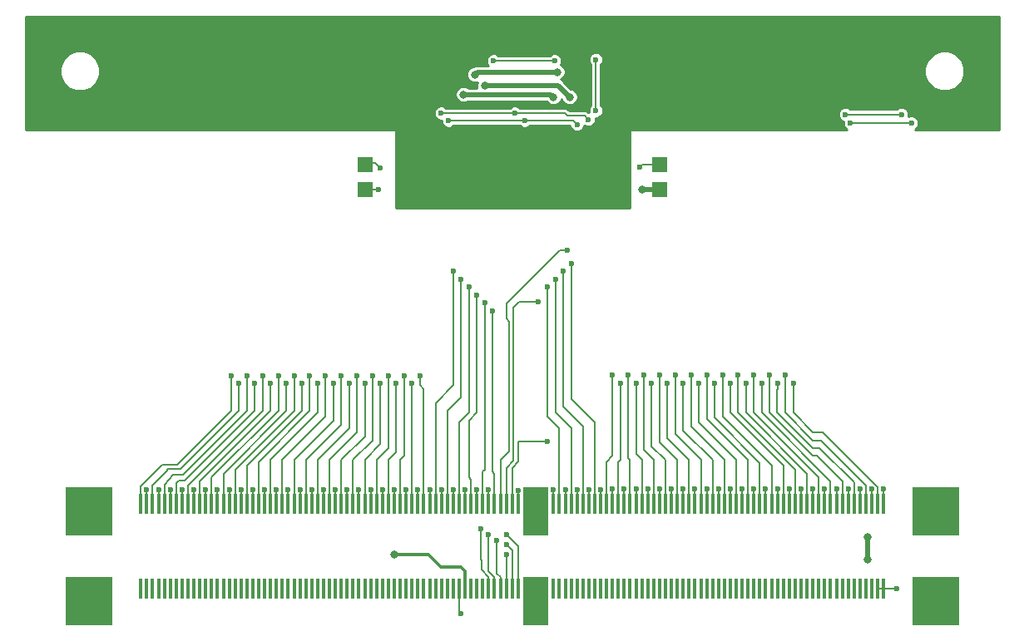
<source format=gbr>
G04 #@! TF.GenerationSoftware,KiCad,Pcbnew,5.0.2-bee76a0~70~ubuntu18.04.1*
G04 #@! TF.CreationDate,2020-04-09T14:35:26+02:00*
G04 #@! TF.ProjectId,ModulAdapter,4d6f6475-6c41-4646-9170-7465722e6b69,rev?*
G04 #@! TF.SameCoordinates,Original*
G04 #@! TF.FileFunction,Copper,L1,Top*
G04 #@! TF.FilePolarity,Positive*
%FSLAX46Y46*%
G04 Gerber Fmt 4.6, Leading zero omitted, Abs format (unit mm)*
G04 Created by KiCad (PCBNEW 5.0.2-bee76a0~70~ubuntu18.04.1) date Do 09 Apr 2020 14:35:26 CEST*
%MOMM*%
%LPD*%
G01*
G04 APERTURE LIST*
G04 #@! TA.AperFunction,SMDPad,CuDef*
%ADD10R,4.800000X5.000000*%
G04 #@! TD*
G04 #@! TA.AperFunction,SMDPad,CuDef*
%ADD11R,0.350000X2.000000*%
G04 #@! TD*
G04 #@! TA.AperFunction,SMDPad,CuDef*
%ADD12R,2.600000X5.000000*%
G04 #@! TD*
G04 #@! TA.AperFunction,SMDPad,CuDef*
%ADD13R,1.501140X1.501140*%
G04 #@! TD*
G04 #@! TA.AperFunction,ViaPad*
%ADD14C,0.600000*%
G04 #@! TD*
G04 #@! TA.AperFunction,ViaPad*
%ADD15C,0.800000*%
G04 #@! TD*
G04 #@! TA.AperFunction,Conductor*
%ADD16C,0.200000*%
G04 #@! TD*
G04 #@! TA.AperFunction,Conductor*
%ADD17C,0.500000*%
G04 #@! TD*
G04 #@! TA.AperFunction,Conductor*
%ADD18C,0.300000*%
G04 #@! TD*
G04 #@! TA.AperFunction,Conductor*
%ADD19C,0.254000*%
G04 #@! TD*
G04 APERTURE END LIST*
D10*
G04 #@! TO.P,J1,*
G04 #@! TO.N,*
X143100000Y-118810000D03*
X143100000Y-127990000D03*
X56900000Y-127990000D03*
X56900000Y-118810000D03*
D11*
G04 #@! TO.P,J1,244*
G04 #@! TO.N,Net-(J1-Pad244)*
X137800000Y-118050000D03*
G04 #@! TO.P,J1,243*
G04 #@! TO.N,Net-(J1-Pad243)*
X137200000Y-118050000D03*
G04 #@! TO.P,J1,242*
G04 #@! TO.N,Net-(J1-Pad242)*
X136600000Y-118050000D03*
G04 #@! TO.P,J1,241*
G04 #@! TO.N,Net-(J1-Pad241)*
X136000000Y-118050000D03*
G04 #@! TO.P,J1,240*
G04 #@! TO.N,Net-(J1-Pad240)*
X135400000Y-118050000D03*
G04 #@! TO.P,J1,239*
G04 #@! TO.N,Net-(J1-Pad239)*
X134800000Y-118050000D03*
G04 #@! TO.P,J1,238*
G04 #@! TO.N,Net-(J1-Pad238)*
X134200000Y-118050000D03*
G04 #@! TO.P,J1,237*
G04 #@! TO.N,Net-(J1-Pad237)*
X133600000Y-118050000D03*
G04 #@! TO.P,J1,236*
G04 #@! TO.N,Net-(J1-Pad236)*
X133000000Y-118050000D03*
G04 #@! TO.P,J1,235*
G04 #@! TO.N,Net-(J1-Pad235)*
X132400000Y-118050000D03*
G04 #@! TO.P,J1,234*
G04 #@! TO.N,Net-(J1-Pad234)*
X131800000Y-118050000D03*
G04 #@! TO.P,J1,233*
G04 #@! TO.N,Net-(J1-Pad233)*
X131200000Y-118050000D03*
G04 #@! TO.P,J1,232*
G04 #@! TO.N,Net-(J1-Pad232)*
X130600000Y-118050000D03*
G04 #@! TO.P,J1,231*
G04 #@! TO.N,Net-(J1-Pad231)*
X130000000Y-118050000D03*
G04 #@! TO.P,J1,230*
G04 #@! TO.N,Net-(J1-Pad230)*
X129400000Y-118050000D03*
G04 #@! TO.P,J1,229*
G04 #@! TO.N,Net-(J1-Pad229)*
X128800000Y-118050000D03*
G04 #@! TO.P,J1,228*
G04 #@! TO.N,Net-(J1-Pad228)*
X128200000Y-118050000D03*
G04 #@! TO.P,J1,227*
G04 #@! TO.N,Net-(J1-Pad227)*
X127600000Y-118050000D03*
G04 #@! TO.P,J1,226*
G04 #@! TO.N,Net-(J1-Pad226)*
X127000000Y-118050000D03*
G04 #@! TO.P,J1,225*
G04 #@! TO.N,Net-(J1-Pad225)*
X126400000Y-118050000D03*
G04 #@! TO.P,J1,224*
G04 #@! TO.N,Net-(J1-Pad224)*
X125800000Y-118050000D03*
G04 #@! TO.P,J1,223*
G04 #@! TO.N,Net-(J1-Pad223)*
X125200000Y-118050000D03*
G04 #@! TO.P,J1,222*
G04 #@! TO.N,Net-(J1-Pad222)*
X124600000Y-118050000D03*
G04 #@! TO.P,J1,221*
G04 #@! TO.N,Net-(J1-Pad221)*
X124000000Y-118050000D03*
G04 #@! TO.P,J1,220*
G04 #@! TO.N,Net-(J1-Pad220)*
X123400000Y-118050000D03*
G04 #@! TO.P,J1,219*
G04 #@! TO.N,Net-(J1-Pad219)*
X122800000Y-118050000D03*
G04 #@! TO.P,J1,218*
G04 #@! TO.N,Net-(J1-Pad218)*
X122200000Y-118050000D03*
G04 #@! TO.P,J1,217*
G04 #@! TO.N,Net-(J1-Pad217)*
X121600000Y-118050000D03*
G04 #@! TO.P,J1,216*
G04 #@! TO.N,Net-(J1-Pad216)*
X121000000Y-118050000D03*
G04 #@! TO.P,J1,215*
G04 #@! TO.N,Net-(J1-Pad215)*
X120400000Y-118050000D03*
G04 #@! TO.P,J1,214*
G04 #@! TO.N,Net-(J1-Pad214)*
X119800000Y-118050000D03*
G04 #@! TO.P,J1,213*
G04 #@! TO.N,Net-(J1-Pad213)*
X119200000Y-118050000D03*
G04 #@! TO.P,J1,212*
G04 #@! TO.N,Net-(J1-Pad212)*
X118600000Y-118050000D03*
G04 #@! TO.P,J1,211*
G04 #@! TO.N,Net-(J1-Pad211)*
X118000000Y-118050000D03*
G04 #@! TO.P,J1,210*
G04 #@! TO.N,Net-(J1-Pad210)*
X117400000Y-118050000D03*
G04 #@! TO.P,J1,209*
G04 #@! TO.N,Net-(J1-Pad209)*
X116800000Y-118050000D03*
G04 #@! TO.P,J1,208*
G04 #@! TO.N,Net-(J1-Pad208)*
X116200000Y-118050000D03*
G04 #@! TO.P,J1,207*
G04 #@! TO.N,Net-(J1-Pad207)*
X115600000Y-118050000D03*
G04 #@! TO.P,J1,206*
G04 #@! TO.N,Net-(J1-Pad206)*
X115000000Y-118050000D03*
G04 #@! TO.P,J1,205*
G04 #@! TO.N,Net-(J1-Pad205)*
X114400000Y-118050000D03*
G04 #@! TO.P,J1,204*
G04 #@! TO.N,Net-(J1-Pad204)*
X113800000Y-118050000D03*
G04 #@! TO.P,J1,203*
G04 #@! TO.N,Net-(J1-Pad203)*
X113200000Y-118050000D03*
G04 #@! TO.P,J1,202*
G04 #@! TO.N,Net-(J1-Pad202)*
X112600000Y-118050000D03*
G04 #@! TO.P,J1,201*
G04 #@! TO.N,Net-(J1-Pad201)*
X112000000Y-118050000D03*
G04 #@! TO.P,J1,200*
G04 #@! TO.N,Net-(J1-Pad200)*
X111400000Y-118050000D03*
G04 #@! TO.P,J1,199*
G04 #@! TO.N,Net-(J1-Pad199)*
X110800000Y-118050000D03*
G04 #@! TO.P,J1,198*
G04 #@! TO.N,Net-(J1-Pad198)*
X110200000Y-118050000D03*
G04 #@! TO.P,J1,197*
G04 #@! TO.N,Net-(J1-Pad197)*
X109600000Y-118050000D03*
G04 #@! TO.P,J1,196*
G04 #@! TO.N,Net-(J1-Pad196)*
X109000000Y-118050000D03*
G04 #@! TO.P,J1,195*
G04 #@! TO.N,Net-(J1-Pad195)*
X108400000Y-118050000D03*
G04 #@! TO.P,J1,194*
G04 #@! TO.N,Net-(J1-Pad194)*
X107800000Y-118050000D03*
G04 #@! TO.P,J1,193*
G04 #@! TO.N,Net-(J1-Pad193)*
X107200000Y-118050000D03*
G04 #@! TO.P,J1,192*
G04 #@! TO.N,Net-(J1-Pad192)*
X106600000Y-118050000D03*
G04 #@! TO.P,J1,191*
G04 #@! TO.N,Net-(J1-Pad191)*
X106000000Y-118050000D03*
G04 #@! TO.P,J1,190*
G04 #@! TO.N,Net-(J1-Pad190)*
X105400000Y-118050000D03*
G04 #@! TO.P,J1,189*
G04 #@! TO.N,Net-(J1-Pad189)*
X104800000Y-118050000D03*
G04 #@! TO.P,J1,188*
G04 #@! TO.N,Net-(J1-Pad188)*
X104200000Y-118050000D03*
G04 #@! TO.P,J1,187*
G04 #@! TO.N,Net-(J1-Pad187)*
X100600000Y-118050000D03*
G04 #@! TO.P,J1,186*
G04 #@! TO.N,Net-(J1-Pad186)*
X100000000Y-118050000D03*
G04 #@! TO.P,J1,185*
G04 #@! TO.N,Net-(J1-Pad185)*
X99400000Y-118050000D03*
G04 #@! TO.P,J1,184*
G04 #@! TO.N,Net-(J1-Pad184)*
X98800000Y-118050000D03*
G04 #@! TO.P,J1,183*
G04 #@! TO.N,Net-(J1-Pad183)*
X98200000Y-118050000D03*
G04 #@! TO.P,J1,182*
G04 #@! TO.N,Net-(J1-Pad182)*
X97600000Y-118050000D03*
G04 #@! TO.P,J1,181*
G04 #@! TO.N,Net-(J1-Pad181)*
X97000000Y-118050000D03*
G04 #@! TO.P,J1,180*
G04 #@! TO.N,Net-(J1-Pad180)*
X96400000Y-118050000D03*
G04 #@! TO.P,J1,179*
G04 #@! TO.N,Net-(J1-Pad179)*
X95800000Y-118050000D03*
G04 #@! TO.P,J1,178*
G04 #@! TO.N,Net-(J1-Pad178)*
X95200000Y-118050000D03*
G04 #@! TO.P,J1,177*
G04 #@! TO.N,Net-(J1-Pad177)*
X94600000Y-118050000D03*
G04 #@! TO.P,J1,176*
G04 #@! TO.N,Net-(J1-Pad176)*
X94000000Y-118050000D03*
G04 #@! TO.P,J1,175*
G04 #@! TO.N,Net-(J1-Pad175)*
X93400000Y-118050000D03*
G04 #@! TO.P,J1,174*
G04 #@! TO.N,Net-(J1-Pad174)*
X92800000Y-118050000D03*
G04 #@! TO.P,J1,173*
G04 #@! TO.N,Net-(J1-Pad173)*
X92200000Y-118050000D03*
G04 #@! TO.P,J1,172*
G04 #@! TO.N,Net-(J1-Pad172)*
X91600000Y-118050000D03*
G04 #@! TO.P,J1,171*
G04 #@! TO.N,Net-(J1-Pad171)*
X91000000Y-118050000D03*
G04 #@! TO.P,J1,170*
G04 #@! TO.N,Net-(J1-Pad170)*
X90400000Y-118050000D03*
G04 #@! TO.P,J1,169*
G04 #@! TO.N,Net-(J1-Pad169)*
X89800000Y-118050000D03*
G04 #@! TO.P,J1,168*
G04 #@! TO.N,Net-(J1-Pad168)*
X89200000Y-118050000D03*
G04 #@! TO.P,J1,167*
G04 #@! TO.N,Net-(J1-Pad167)*
X88600000Y-118050000D03*
G04 #@! TO.P,J1,166*
G04 #@! TO.N,Net-(J1-Pad166)*
X88000000Y-118050000D03*
G04 #@! TO.P,J1,165*
G04 #@! TO.N,Net-(J1-Pad165)*
X87400000Y-118050000D03*
G04 #@! TO.P,J1,164*
G04 #@! TO.N,Net-(J1-Pad164)*
X86800000Y-118050000D03*
G04 #@! TO.P,J1,163*
G04 #@! TO.N,Net-(J1-Pad163)*
X86200000Y-118050000D03*
G04 #@! TO.P,J1,162*
G04 #@! TO.N,Net-(J1-Pad162)*
X85600000Y-118050000D03*
G04 #@! TO.P,J1,161*
G04 #@! TO.N,Net-(J1-Pad161)*
X85000000Y-118050000D03*
G04 #@! TO.P,J1,160*
G04 #@! TO.N,Net-(J1-Pad160)*
X84400000Y-118050000D03*
G04 #@! TO.P,J1,159*
G04 #@! TO.N,Net-(J1-Pad159)*
X83800000Y-118050000D03*
G04 #@! TO.P,J1,158*
G04 #@! TO.N,Net-(J1-Pad158)*
X83200000Y-118050000D03*
G04 #@! TO.P,J1,157*
G04 #@! TO.N,Net-(J1-Pad157)*
X82600000Y-118050000D03*
G04 #@! TO.P,J1,156*
G04 #@! TO.N,Net-(J1-Pad156)*
X82000000Y-118050000D03*
G04 #@! TO.P,J1,155*
G04 #@! TO.N,Net-(J1-Pad155)*
X81400000Y-118050000D03*
G04 #@! TO.P,J1,154*
G04 #@! TO.N,Net-(J1-Pad154)*
X80800000Y-118050000D03*
G04 #@! TO.P,J1,153*
G04 #@! TO.N,Net-(J1-Pad153)*
X80200000Y-118050000D03*
G04 #@! TO.P,J1,152*
G04 #@! TO.N,Net-(J1-Pad152)*
X79600000Y-118050000D03*
G04 #@! TO.P,J1,151*
G04 #@! TO.N,Net-(J1-Pad151)*
X79000000Y-118050000D03*
G04 #@! TO.P,J1,150*
G04 #@! TO.N,Net-(J1-Pad150)*
X78400000Y-118050000D03*
G04 #@! TO.P,J1,149*
G04 #@! TO.N,Net-(J1-Pad149)*
X77800000Y-118050000D03*
G04 #@! TO.P,J1,148*
G04 #@! TO.N,Net-(J1-Pad148)*
X77200000Y-118050000D03*
G04 #@! TO.P,J1,147*
G04 #@! TO.N,Net-(J1-Pad147)*
X76600000Y-118050000D03*
G04 #@! TO.P,J1,146*
G04 #@! TO.N,Net-(J1-Pad146)*
X76000000Y-118050000D03*
G04 #@! TO.P,J1,145*
G04 #@! TO.N,Net-(J1-Pad145)*
X75400000Y-118050000D03*
G04 #@! TO.P,J1,144*
G04 #@! TO.N,Net-(J1-Pad144)*
X74800000Y-118050000D03*
G04 #@! TO.P,J1,143*
G04 #@! TO.N,Net-(J1-Pad143)*
X74200000Y-118050000D03*
G04 #@! TO.P,J1,142*
G04 #@! TO.N,Net-(J1-Pad142)*
X73600000Y-118050000D03*
G04 #@! TO.P,J1,141*
G04 #@! TO.N,Net-(J1-Pad141)*
X73000000Y-118050000D03*
G04 #@! TO.P,J1,140*
G04 #@! TO.N,Net-(J1-Pad140)*
X72400000Y-118050000D03*
G04 #@! TO.P,J1,139*
G04 #@! TO.N,Net-(J1-Pad139)*
X71800000Y-118050000D03*
G04 #@! TO.P,J1,138*
G04 #@! TO.N,Net-(J1-Pad138)*
X71200000Y-118050000D03*
G04 #@! TO.P,J1,137*
G04 #@! TO.N,Net-(J1-Pad137)*
X70600000Y-118050000D03*
G04 #@! TO.P,J1,136*
G04 #@! TO.N,Net-(J1-Pad136)*
X70000000Y-118050000D03*
G04 #@! TO.P,J1,135*
G04 #@! TO.N,Net-(J1-Pad135)*
X69400000Y-118050000D03*
G04 #@! TO.P,J1,134*
G04 #@! TO.N,Net-(J1-Pad134)*
X68800000Y-118050000D03*
G04 #@! TO.P,J1,133*
G04 #@! TO.N,Net-(J1-Pad133)*
X68200000Y-118050000D03*
G04 #@! TO.P,J1,132*
G04 #@! TO.N,Net-(J1-Pad132)*
X67600000Y-118050000D03*
G04 #@! TO.P,J1,131*
G04 #@! TO.N,Net-(J1-Pad131)*
X67000000Y-118050000D03*
G04 #@! TO.P,J1,130*
G04 #@! TO.N,Net-(J1-Pad130)*
X66400000Y-118050000D03*
G04 #@! TO.P,J1,129*
G04 #@! TO.N,Net-(J1-Pad129)*
X65800000Y-118050000D03*
G04 #@! TO.P,J1,128*
G04 #@! TO.N,Net-(J1-Pad128)*
X65200000Y-118050000D03*
G04 #@! TO.P,J1,127*
G04 #@! TO.N,Net-(J1-Pad127)*
X64600000Y-118050000D03*
G04 #@! TO.P,J1,126*
G04 #@! TO.N,Net-(J1-Pad126)*
X64000000Y-118050000D03*
G04 #@! TO.P,J1,125*
G04 #@! TO.N,Net-(J1-Pad125)*
X63400000Y-118050000D03*
G04 #@! TO.P,J1,124*
G04 #@! TO.N,Net-(J1-Pad124)*
X62800000Y-118050000D03*
G04 #@! TO.P,J1,123*
G04 #@! TO.N,Net-(J1-Pad123)*
X62200000Y-118050000D03*
G04 #@! TO.P,J1,122*
G04 #@! TO.N,V_GND*
X137800000Y-126750000D03*
G04 #@! TO.P,J1,121*
X137200000Y-126750000D03*
G04 #@! TO.P,J1,120*
G04 #@! TO.N,N/C*
X136600000Y-126750000D03*
G04 #@! TO.P,J1,119*
X136000000Y-126750000D03*
G04 #@! TO.P,J1,118*
X135400000Y-126750000D03*
G04 #@! TO.P,J1,117*
X134800000Y-126750000D03*
G04 #@! TO.P,J1,116*
X134200000Y-126750000D03*
G04 #@! TO.P,J1,115*
X133600000Y-126750000D03*
G04 #@! TO.P,J1,114*
X133000000Y-126750000D03*
G04 #@! TO.P,J1,113*
X132400000Y-126750000D03*
G04 #@! TO.P,J1,112*
X131800000Y-126750000D03*
G04 #@! TO.P,J1,111*
X131200000Y-126750000D03*
G04 #@! TO.P,J1,110*
X130600000Y-126750000D03*
G04 #@! TO.P,J1,109*
X130000000Y-126750000D03*
G04 #@! TO.P,J1,108*
X129400000Y-126750000D03*
G04 #@! TO.P,J1,107*
X128800000Y-126750000D03*
G04 #@! TO.P,J1,106*
X128200000Y-126750000D03*
G04 #@! TO.P,J1,105*
X127600000Y-126750000D03*
G04 #@! TO.P,J1,104*
X127000000Y-126750000D03*
G04 #@! TO.P,J1,103*
X126400000Y-126750000D03*
G04 #@! TO.P,J1,102*
X125800000Y-126750000D03*
G04 #@! TO.P,J1,101*
X125200000Y-126750000D03*
G04 #@! TO.P,J1,100*
X124600000Y-126750000D03*
G04 #@! TO.P,J1,99*
X124000000Y-126750000D03*
G04 #@! TO.P,J1,98*
X123400000Y-126750000D03*
G04 #@! TO.P,J1,97*
X122800000Y-126750000D03*
G04 #@! TO.P,J1,96*
X122200000Y-126750000D03*
G04 #@! TO.P,J1,95*
X121600000Y-126750000D03*
G04 #@! TO.P,J1,94*
X121000000Y-126750000D03*
G04 #@! TO.P,J1,93*
X120400000Y-126750000D03*
G04 #@! TO.P,J1,92*
X119800000Y-126750000D03*
G04 #@! TO.P,J1,91*
X119200000Y-126750000D03*
G04 #@! TO.P,J1,90*
X118600000Y-126750000D03*
G04 #@! TO.P,J1,89*
X118000000Y-126750000D03*
G04 #@! TO.P,J1,88*
X117400000Y-126750000D03*
G04 #@! TO.P,J1,87*
X116800000Y-126750000D03*
G04 #@! TO.P,J1,86*
X116200000Y-126750000D03*
G04 #@! TO.P,J1,85*
X115600000Y-126750000D03*
G04 #@! TO.P,J1,84*
X115000000Y-126750000D03*
G04 #@! TO.P,J1,83*
X114400000Y-126750000D03*
G04 #@! TO.P,J1,82*
X113800000Y-126750000D03*
G04 #@! TO.P,J1,81*
X113200000Y-126750000D03*
G04 #@! TO.P,J1,80*
X112600000Y-126750000D03*
G04 #@! TO.P,J1,79*
X112000000Y-126750000D03*
G04 #@! TO.P,J1,78*
X111400000Y-126750000D03*
G04 #@! TO.P,J1,77*
X110800000Y-126750000D03*
G04 #@! TO.P,J1,76*
X110200000Y-126750000D03*
G04 #@! TO.P,J1,75*
X109600000Y-126750000D03*
G04 #@! TO.P,J1,74*
X109000000Y-126750000D03*
G04 #@! TO.P,J1,73*
X108400000Y-126750000D03*
G04 #@! TO.P,J1,72*
X107800000Y-126750000D03*
G04 #@! TO.P,J1,71*
X107200000Y-126750000D03*
G04 #@! TO.P,J1,70*
X106600000Y-126750000D03*
G04 #@! TO.P,J1,69*
X106000000Y-126750000D03*
G04 #@! TO.P,J1,68*
X105400000Y-126750000D03*
G04 #@! TO.P,J1,67*
X104800000Y-126750000D03*
G04 #@! TO.P,J1,66*
X104200000Y-126750000D03*
G04 #@! TO.P,J1,65*
G04 #@! TO.N,Net-(J1-Pad65)*
X100600000Y-126750000D03*
G04 #@! TO.P,J1,64*
G04 #@! TO.N,Net-(J1-Pad64)*
X100000000Y-126750000D03*
G04 #@! TO.P,J1,63*
G04 #@! TO.N,Net-(J1-Pad63)*
X99400000Y-126750000D03*
G04 #@! TO.P,J1,62*
G04 #@! TO.N,Net-(J1-Pad62)*
X98800000Y-126750000D03*
G04 #@! TO.P,J1,61*
G04 #@! TO.N,Net-(J1-Pad61)*
X98200000Y-126750000D03*
G04 #@! TO.P,J1,60*
G04 #@! TO.N,Net-(J1-Pad60)*
X97600000Y-126750000D03*
G04 #@! TO.P,J1,59*
G04 #@! TO.N,N/C*
X97000000Y-126750000D03*
G04 #@! TO.P,J1,58*
X96400000Y-126750000D03*
G04 #@! TO.P,J1,57*
X95800000Y-126750000D03*
G04 #@! TO.P,J1,56*
G04 #@! TO.N,GND*
X95200000Y-126750000D03*
G04 #@! TO.P,J1,55*
G04 #@! TO.N,SENS_PAD*
X94600000Y-126750000D03*
G04 #@! TO.P,J1,54*
G04 #@! TO.N,N/C*
X94000000Y-126750000D03*
G04 #@! TO.P,J1,53*
X93400000Y-126750000D03*
G04 #@! TO.P,J1,52*
X92800000Y-126750000D03*
G04 #@! TO.P,J1,51*
X92200000Y-126750000D03*
G04 #@! TO.P,J1,50*
X91600000Y-126750000D03*
G04 #@! TO.P,J1,49*
X91000000Y-126750000D03*
G04 #@! TO.P,J1,47*
X89800000Y-126750000D03*
G04 #@! TO.P,J1,48*
X90400000Y-126750000D03*
G04 #@! TO.P,J1,46*
X89200000Y-126750000D03*
G04 #@! TO.P,J1,45*
X88600000Y-126750000D03*
G04 #@! TO.P,J1,44*
X88000000Y-126750000D03*
G04 #@! TO.P,J1,43*
X87400000Y-126750000D03*
G04 #@! TO.P,J1,42*
X86800000Y-126750000D03*
G04 #@! TO.P,J1,41*
X86200000Y-126750000D03*
G04 #@! TO.P,J1,40*
X85600000Y-126750000D03*
G04 #@! TO.P,J1,39*
X85000000Y-126750000D03*
G04 #@! TO.P,J1,38*
X84400000Y-126750000D03*
G04 #@! TO.P,J1,37*
X83800000Y-126750000D03*
G04 #@! TO.P,J1,36*
X83200000Y-126750000D03*
G04 #@! TO.P,J1,35*
X82600000Y-126750000D03*
G04 #@! TO.P,J1,34*
X82000000Y-126750000D03*
G04 #@! TO.P,J1,33*
X81400000Y-126750000D03*
G04 #@! TO.P,J1,32*
X80800000Y-126750000D03*
G04 #@! TO.P,J1,31*
X80200000Y-126750000D03*
G04 #@! TO.P,J1,30*
X79600000Y-126750000D03*
G04 #@! TO.P,J1,29*
X79000000Y-126750000D03*
G04 #@! TO.P,J1,28*
X78400000Y-126750000D03*
G04 #@! TO.P,J1,27*
X77800000Y-126750000D03*
G04 #@! TO.P,J1,26*
X77200000Y-126750000D03*
G04 #@! TO.P,J1,25*
X76600000Y-126750000D03*
G04 #@! TO.P,J1,24*
X76000000Y-126750000D03*
G04 #@! TO.P,J1,23*
X75400000Y-126750000D03*
G04 #@! TO.P,J1,22*
X74800000Y-126750000D03*
G04 #@! TO.P,J1,21*
X74200000Y-126750000D03*
G04 #@! TO.P,J1,20*
X73600000Y-126750000D03*
G04 #@! TO.P,J1,19*
X73000000Y-126750000D03*
G04 #@! TO.P,J1,18*
X72400000Y-126750000D03*
G04 #@! TO.P,J1,17*
X71800000Y-126750000D03*
G04 #@! TO.P,J1,16*
X71200000Y-126750000D03*
G04 #@! TO.P,J1,15*
X70600000Y-126750000D03*
G04 #@! TO.P,J1,14*
X70000000Y-126750000D03*
G04 #@! TO.P,J1,13*
X69400000Y-126750000D03*
G04 #@! TO.P,J1,12*
X68800000Y-126750000D03*
G04 #@! TO.P,J1,11*
X68200000Y-126750000D03*
G04 #@! TO.P,J1,10*
X67600000Y-126750000D03*
G04 #@! TO.P,J1,9*
X67000000Y-126750000D03*
G04 #@! TO.P,J1,8*
X66400000Y-126750000D03*
G04 #@! TO.P,J1,7*
X65800000Y-126750000D03*
G04 #@! TO.P,J1,6*
X65200000Y-126750000D03*
G04 #@! TO.P,J1,5*
X64600000Y-126750000D03*
G04 #@! TO.P,J1,4*
X64000000Y-126750000D03*
G04 #@! TO.P,J1,3*
X63400000Y-126750000D03*
G04 #@! TO.P,J1,1*
X62200000Y-126750000D03*
G04 #@! TO.P,J1,2*
X62800000Y-126750000D03*
D12*
G04 #@! TO.P,J1,*
G04 #@! TO.N,*
X102400000Y-118810000D03*
X102400000Y-127990000D03*
G04 #@! TD*
D13*
G04 #@! TO.P,P1,1*
G04 #@! TO.N,DIG1*
X85014000Y-86030000D03*
G04 #@! TD*
G04 #@! TO.P,P2,1*
G04 #@! TO.N,DIG0*
X85014000Y-83490000D03*
G04 #@! TD*
G04 #@! TO.P,+3V3,1*
G04 #@! TO.N,+3V3*
X114986000Y-83490000D03*
G04 #@! TD*
G04 #@! TO.P,GND,1*
G04 #@! TO.N,GND*
X114986000Y-86030000D03*
G04 #@! TD*
D14*
G04 #@! TO.N,V_GND*
X139116000Y-126670000D03*
X108509000Y-72822000D03*
X108509000Y-78029000D03*
D15*
G04 #@! TO.N,VDD_C*
X97206000Y-75489000D03*
X105842000Y-76632000D03*
G04 #@! TO.N,GND_C*
X95047000Y-76378000D03*
X104191000Y-76632000D03*
D14*
G04 #@! TO.N,Net-(J1-Pad123)*
X71400000Y-105000000D03*
G04 #@! TO.N,Net-(J1-Pad124)*
X62800000Y-116600000D03*
G04 #@! TO.N,Net-(J1-Pad125)*
X72200000Y-105800000D03*
G04 #@! TO.N,Net-(J1-Pad126)*
X64000000Y-116600000D03*
G04 #@! TO.N,Net-(J1-Pad127)*
X73000000Y-105000000D03*
G04 #@! TO.N,Net-(J1-Pad128)*
X65200000Y-116600000D03*
G04 #@! TO.N,Net-(J1-Pad129)*
X73800000Y-105800000D03*
G04 #@! TO.N,Net-(J1-Pad130)*
X66400000Y-116600000D03*
G04 #@! TO.N,Net-(J1-Pad131)*
X74600000Y-105000000D03*
G04 #@! TO.N,Net-(J1-Pad132)*
X67600000Y-116600000D03*
G04 #@! TO.N,Net-(J1-Pad133)*
X75400000Y-105800000D03*
G04 #@! TO.N,Net-(J1-Pad134)*
X68800000Y-116600000D03*
G04 #@! TO.N,Net-(J1-Pad135)*
X76200000Y-105000000D03*
G04 #@! TO.N,Net-(J1-Pad136)*
X70000000Y-116600000D03*
G04 #@! TO.N,Net-(J1-Pad137)*
X77000000Y-105800000D03*
G04 #@! TO.N,Net-(J1-Pad138)*
X71200000Y-116600000D03*
G04 #@! TO.N,Net-(J1-Pad139)*
X77800000Y-105000000D03*
G04 #@! TO.N,Net-(J1-Pad140)*
X72400000Y-116600000D03*
G04 #@! TO.N,Net-(J1-Pad141)*
X78600000Y-105800000D03*
G04 #@! TO.N,Net-(J1-Pad142)*
X73600000Y-116600000D03*
G04 #@! TO.N,Net-(J1-Pad143)*
X79400000Y-105000000D03*
G04 #@! TO.N,Net-(J1-Pad144)*
X74800000Y-116600000D03*
G04 #@! TO.N,Net-(J1-Pad145)*
X80200000Y-105800000D03*
G04 #@! TO.N,Net-(J1-Pad146)*
X76000000Y-116600000D03*
G04 #@! TO.N,Net-(J1-Pad147)*
X81000000Y-105000000D03*
G04 #@! TO.N,Net-(J1-Pad148)*
X77200000Y-116600000D03*
G04 #@! TO.N,Net-(J1-Pad149)*
X81800000Y-105800000D03*
G04 #@! TO.N,Net-(J1-Pad150)*
X78400000Y-116600000D03*
G04 #@! TO.N,Net-(J1-Pad151)*
X82600000Y-105000000D03*
G04 #@! TO.N,Net-(J1-Pad152)*
X79600000Y-116600000D03*
G04 #@! TO.N,Net-(J1-Pad153)*
X83400000Y-105800000D03*
G04 #@! TO.N,Net-(J1-Pad154)*
X80800000Y-116600000D03*
G04 #@! TO.N,Net-(J1-Pad155)*
X84200000Y-105000000D03*
G04 #@! TO.N,Net-(J1-Pad156)*
X82000000Y-116600000D03*
G04 #@! TO.N,Net-(J1-Pad157)*
X85000000Y-105800000D03*
G04 #@! TO.N,Net-(J1-Pad158)*
X83200000Y-116600000D03*
G04 #@! TO.N,Net-(J1-Pad159)*
X85800000Y-105000000D03*
G04 #@! TO.N,Net-(J1-Pad160)*
X84400000Y-116600000D03*
G04 #@! TO.N,Net-(J1-Pad161)*
X86600000Y-105800000D03*
G04 #@! TO.N,Net-(J1-Pad162)*
X85600000Y-116600000D03*
G04 #@! TO.N,Net-(J1-Pad163)*
X87400000Y-105000000D03*
G04 #@! TO.N,Net-(J1-Pad164)*
X86800000Y-116600000D03*
G04 #@! TO.N,Net-(J1-Pad165)*
X88200000Y-105800000D03*
G04 #@! TO.N,Net-(J1-Pad166)*
X88000000Y-116600000D03*
G04 #@! TO.N,Net-(J1-Pad167)*
X89000000Y-105000000D03*
G04 #@! TO.N,Net-(J1-Pad168)*
X89200000Y-116600000D03*
G04 #@! TO.N,Net-(J1-Pad169)*
X89800000Y-105800000D03*
G04 #@! TO.N,Net-(J1-Pad170)*
X90400000Y-116600000D03*
G04 #@! TO.N,Net-(J1-Pad171)*
X90600000Y-105000000D03*
G04 #@! TO.N,Net-(J1-Pad172)*
X91600000Y-116600000D03*
G04 #@! TO.N,Net-(J1-Pad173)*
X94000000Y-94400000D03*
G04 #@! TO.N,Net-(J1-Pad174)*
X92800000Y-116600000D03*
G04 #@! TO.N,Net-(J1-Pad175)*
X94800000Y-95200000D03*
G04 #@! TO.N,Net-(J1-Pad176)*
X94000000Y-116600000D03*
G04 #@! TO.N,Net-(J1-Pad177)*
X95600000Y-96000000D03*
G04 #@! TO.N,Net-(J1-Pad178)*
X95200000Y-116600000D03*
G04 #@! TO.N,Net-(J1-Pad180)*
X96400000Y-116600000D03*
G04 #@! TO.N,Net-(J1-Pad186)*
X103600000Y-111700000D03*
G04 #@! TO.N,Net-(J1-Pad188)*
X104200000Y-116600000D03*
G04 #@! TO.N,Net-(J1-Pad190)*
X105400000Y-116600000D03*
G04 #@! TO.N,Net-(J1-Pad192)*
X106600000Y-116600000D03*
G04 #@! TO.N,Net-(J1-Pad193)*
X105200000Y-94400000D03*
G04 #@! TO.N,Net-(J1-Pad194)*
X107800000Y-116600000D03*
G04 #@! TO.N,Net-(J1-Pad195)*
X106000000Y-93600000D03*
G04 #@! TO.N,Net-(J1-Pad196)*
X109000000Y-116600000D03*
G04 #@! TO.N,Net-(J1-Pad197)*
X110200000Y-104990248D03*
G04 #@! TO.N,Net-(J1-Pad198)*
X110200000Y-116590248D03*
G04 #@! TO.N,Net-(J1-Pad199)*
X111000000Y-105790248D03*
G04 #@! TO.N,Net-(J1-Pad200)*
X111400000Y-116590248D03*
G04 #@! TO.N,Net-(J1-Pad201)*
X111800000Y-104990248D03*
G04 #@! TO.N,Net-(J1-Pad202)*
X112600000Y-116590248D03*
G04 #@! TO.N,Net-(J1-Pad203)*
X112600000Y-105790248D03*
G04 #@! TO.N,Net-(J1-Pad204)*
X113800000Y-116590248D03*
G04 #@! TO.N,Net-(J1-Pad205)*
X113400000Y-104990248D03*
G04 #@! TO.N,Net-(J1-Pad206)*
X115000000Y-116590248D03*
G04 #@! TO.N,Net-(J1-Pad207)*
X114200000Y-105790248D03*
G04 #@! TO.N,Net-(J1-Pad208)*
X116200000Y-116590248D03*
G04 #@! TO.N,Net-(J1-Pad209)*
X115000000Y-104990248D03*
G04 #@! TO.N,Net-(J1-Pad210)*
X117400000Y-116590248D03*
G04 #@! TO.N,Net-(J1-Pad211)*
X115800000Y-105790248D03*
G04 #@! TO.N,Net-(J1-Pad212)*
X118600000Y-116590248D03*
G04 #@! TO.N,Net-(J1-Pad213)*
X116600000Y-104990248D03*
G04 #@! TO.N,Net-(J1-Pad214)*
X119800000Y-116590248D03*
G04 #@! TO.N,Net-(J1-Pad215)*
X117400000Y-105790248D03*
G04 #@! TO.N,Net-(J1-Pad216)*
X121000000Y-116590248D03*
G04 #@! TO.N,Net-(J1-Pad217)*
X118200000Y-104990248D03*
G04 #@! TO.N,Net-(J1-Pad218)*
X122200000Y-116590248D03*
G04 #@! TO.N,Net-(J1-Pad219)*
X119000000Y-105790248D03*
G04 #@! TO.N,Net-(J1-Pad220)*
X123400000Y-116590248D03*
G04 #@! TO.N,Net-(J1-Pad221)*
X119800000Y-104990248D03*
G04 #@! TO.N,Net-(J1-Pad222)*
X124600000Y-116590248D03*
G04 #@! TO.N,Net-(J1-Pad223)*
X120600000Y-105790248D03*
G04 #@! TO.N,Net-(J1-Pad224)*
X125800000Y-116590248D03*
G04 #@! TO.N,Net-(J1-Pad225)*
X121400000Y-104990248D03*
G04 #@! TO.N,Net-(J1-Pad226)*
X127000000Y-116590248D03*
G04 #@! TO.N,Net-(J1-Pad227)*
X122200000Y-105790248D03*
G04 #@! TO.N,Net-(J1-Pad228)*
X128200000Y-116590248D03*
G04 #@! TO.N,Net-(J1-Pad229)*
X123000000Y-104990248D03*
G04 #@! TO.N,Net-(J1-Pad230)*
X129400000Y-116590248D03*
G04 #@! TO.N,Net-(J1-Pad231)*
X123800000Y-105790248D03*
G04 #@! TO.N,Net-(J1-Pad232)*
X130600000Y-116590248D03*
G04 #@! TO.N,Net-(J1-Pad233)*
X124600000Y-104990248D03*
G04 #@! TO.N,Net-(J1-Pad234)*
X131800000Y-116590248D03*
G04 #@! TO.N,Net-(J1-Pad235)*
X125400000Y-105790248D03*
G04 #@! TO.N,Net-(J1-Pad236)*
X133000000Y-116590248D03*
G04 #@! TO.N,Net-(J1-Pad237)*
X126200000Y-104990248D03*
G04 #@! TO.N,Net-(J1-Pad238)*
X134200000Y-116590248D03*
G04 #@! TO.N,Net-(J1-Pad239)*
X127000000Y-105790248D03*
G04 #@! TO.N,Net-(J1-Pad240)*
X135400000Y-116590248D03*
G04 #@! TO.N,Net-(J1-Pad241)*
X127800000Y-104990248D03*
G04 #@! TO.N,Net-(J1-Pad242)*
X136600000Y-116590248D03*
G04 #@! TO.N,Net-(J1-Pad243)*
X128600000Y-105790248D03*
G04 #@! TO.N,Net-(J1-Pad244)*
X137800000Y-116590248D03*
G04 #@! TO.N,Net-(J1-Pad179)*
X96400000Y-96800000D03*
G04 #@! TO.N,Net-(J1-Pad181)*
X97200000Y-97600000D03*
G04 #@! TO.N,Net-(J1-Pad182)*
X97600000Y-116600000D03*
G04 #@! TO.N,Net-(J1-Pad183)*
X98000000Y-98400000D03*
G04 #@! TO.N,Net-(J1-Pad184)*
X105588000Y-92253000D03*
G04 #@! TO.N,Net-(J1-Pad185)*
X102667000Y-97460000D03*
G04 #@! TO.N,Net-(J1-Pad187)*
X100600000Y-116700000D03*
G04 #@! TO.N,Net-(J1-Pad189)*
X103600000Y-96000000D03*
G04 #@! TO.N,Net-(J1-Pad191)*
X104400000Y-95200000D03*
G04 #@! TO.N,Net-(J1-Pad60)*
X96800000Y-120600000D03*
G04 #@! TO.N,Net-(J1-Pad61)*
X97600000Y-121200000D03*
G04 #@! TO.N,Net-(J1-Pad62)*
X98400000Y-121800000D03*
G04 #@! TO.N,Net-(J1-Pad63)*
X99400000Y-123200000D03*
D15*
G04 #@! TO.N,V_HV_C*
X104572000Y-74092000D03*
X96190000Y-74346000D03*
X136195000Y-123749000D03*
X136195000Y-121463000D03*
D14*
G04 #@! TO.N,LE_C*
X93523000Y-79045000D03*
X101270000Y-79045000D03*
X140640000Y-79299000D03*
X134417000Y-79299000D03*
X106604000Y-79426000D03*
G04 #@! TO.N,CLK_C*
X92761000Y-78283000D03*
X100254000Y-78283000D03*
X139624000Y-78410000D03*
X133909000Y-78410000D03*
X107747000Y-78918000D03*
G04 #@! TO.N,Net-(J1-Pad64)*
X99400000Y-122200000D03*
G04 #@! TO.N,Net-(J1-Pad65)*
X99400000Y-121200000D03*
G04 #@! TO.N,SENS_PAD*
X94750000Y-129250000D03*
X104318000Y-72949000D03*
X98095000Y-72949000D03*
D15*
G04 #@! TO.N,GND*
X88000000Y-123250000D03*
X57201000Y-79045000D03*
X88697000Y-83490000D03*
X100762000Y-86792000D03*
X88697000Y-87300000D03*
X113208000Y-86030000D03*
D14*
G04 #@! TO.N,DIG1*
X86411000Y-86030000D03*
G04 #@! TO.N,DIG0*
X86538000Y-83871000D03*
G04 #@! TO.N,+3V3*
X112954000Y-83744000D03*
G04 #@! TD*
D16*
G04 #@! TO.N,V_GND*
X137800000Y-126750000D02*
X137200000Y-126750000D01*
X137880000Y-126670000D02*
X137800000Y-126750000D01*
X139116000Y-126670000D02*
X137880000Y-126670000D01*
X108509000Y-72822000D02*
X108509000Y-77140000D01*
X108509000Y-77140000D02*
X108509000Y-78029000D01*
D17*
G04 #@! TO.N,VDD_C*
X104699000Y-75489000D02*
X105842000Y-76632000D01*
X97206000Y-75489000D02*
X104699000Y-75489000D01*
G04 #@! TO.N,GND_C*
X95047000Y-76378000D02*
X103937000Y-76378000D01*
X103937000Y-76378000D02*
X104191000Y-76632000D01*
D16*
G04 #@! TO.N,Net-(J1-Pad123)*
X62200000Y-116300000D02*
X62200000Y-118050000D01*
X64400000Y-114100000D02*
X62200000Y-116300000D01*
X65900000Y-114100000D02*
X64400000Y-114100000D01*
X71400000Y-108600000D02*
X65900000Y-114100000D01*
X71400000Y-105000000D02*
X71400000Y-108600000D01*
G04 #@! TO.N,Net-(J1-Pad124)*
X62800000Y-118050000D02*
X62800000Y-116600000D01*
G04 #@! TO.N,Net-(J1-Pad125)*
X65000000Y-114550010D02*
X64800000Y-114750010D01*
X64800000Y-114750010D02*
X63400000Y-116200000D01*
X66249990Y-114550010D02*
X65000000Y-114550010D01*
X63400000Y-116200000D02*
X63400000Y-118050000D01*
X72200000Y-108600000D02*
X66249990Y-114550010D01*
X72200000Y-105800000D02*
X72200000Y-108600000D01*
G04 #@! TO.N,Net-(J1-Pad126)*
X64000000Y-118050000D02*
X64000000Y-116600000D01*
G04 #@! TO.N,Net-(J1-Pad127)*
X64600000Y-116100000D02*
X64600000Y-118050000D01*
X73000000Y-105000000D02*
X73000000Y-108600000D01*
X65550010Y-115100000D02*
X65500000Y-115150010D01*
X65500000Y-115150010D02*
X64600000Y-116100000D01*
X66500000Y-115100000D02*
X65550010Y-115100000D01*
X73000000Y-108600000D02*
X66500000Y-115100000D01*
G04 #@! TO.N,Net-(J1-Pad128)*
X65200000Y-118050000D02*
X65200000Y-116600000D01*
G04 #@! TO.N,Net-(J1-Pad129)*
X73800000Y-105800000D02*
X73800000Y-106049990D01*
X73800000Y-106049990D02*
X73800000Y-106400000D01*
X65800000Y-116000000D02*
X65800000Y-118050000D01*
X73800000Y-106049990D02*
X73800000Y-108600000D01*
X66700000Y-115700000D02*
X66100000Y-115700000D01*
X66100000Y-115700000D02*
X65800000Y-116000000D01*
X73800000Y-108600000D02*
X66700000Y-115700000D01*
G04 #@! TO.N,Net-(J1-Pad130)*
X66400000Y-118050000D02*
X66400000Y-116600000D01*
G04 #@! TO.N,Net-(J1-Pad131)*
X67000000Y-116200000D02*
X67000000Y-118050000D01*
X74600000Y-108600000D02*
X67000000Y-116200000D01*
X74600000Y-105000000D02*
X74600000Y-108600000D01*
G04 #@! TO.N,Net-(J1-Pad132)*
X67600000Y-118050000D02*
X67600000Y-116600000D01*
G04 #@! TO.N,Net-(J1-Pad133)*
X75400000Y-105800000D02*
X75400000Y-105600000D01*
X68200000Y-115800000D02*
X68200000Y-118050000D01*
X75400000Y-108600000D02*
X68200000Y-115800000D01*
X75400000Y-105800000D02*
X75400000Y-108600000D01*
G04 #@! TO.N,Net-(J1-Pad134)*
X68800000Y-118050000D02*
X68800000Y-116600000D01*
G04 #@! TO.N,Net-(J1-Pad135)*
X76200000Y-105000000D02*
X76200000Y-107449990D01*
X76200000Y-107449990D02*
X76200000Y-107800000D01*
X76200000Y-108600000D02*
X69400000Y-115400000D01*
X69400000Y-115400000D02*
X69400000Y-118050000D01*
X76200000Y-107449990D02*
X76200000Y-108600000D01*
G04 #@! TO.N,Net-(J1-Pad136)*
X70000000Y-118050000D02*
X70000000Y-116600000D01*
G04 #@! TO.N,Net-(J1-Pad137)*
X77000000Y-108600000D02*
X77000000Y-105800000D01*
X70600000Y-115000000D02*
X77000000Y-108600000D01*
X70600000Y-118050000D02*
X70600000Y-115000000D01*
G04 #@! TO.N,Net-(J1-Pad138)*
X71200000Y-118050000D02*
X71200000Y-116850000D01*
X71200000Y-116850000D02*
X71200000Y-116600000D01*
G04 #@! TO.N,Net-(J1-Pad139)*
X71800000Y-118050000D02*
X71800000Y-114600000D01*
X71800000Y-114600000D02*
X77000000Y-109400000D01*
X77000000Y-109400000D02*
X77800000Y-108600000D01*
X77800000Y-108600000D02*
X77800000Y-106400000D01*
X77800000Y-106400000D02*
X77800000Y-105550001D01*
X77800000Y-105550001D02*
X77800000Y-105000000D01*
G04 #@! TO.N,Net-(J1-Pad140)*
X72400000Y-118050000D02*
X72400000Y-116600000D01*
G04 #@! TO.N,Net-(J1-Pad141)*
X73000000Y-118050000D02*
X73000000Y-114200000D01*
X73000000Y-114200000D02*
X78600000Y-108600000D01*
X78600000Y-108600000D02*
X78600000Y-105800000D01*
G04 #@! TO.N,Net-(J1-Pad142)*
X73600000Y-118050000D02*
X73600000Y-116600000D01*
G04 #@! TO.N,Net-(J1-Pad143)*
X74200000Y-118050000D02*
X74200000Y-113800000D01*
X74200000Y-113800000D02*
X79400000Y-108600000D01*
X79400000Y-108600000D02*
X79400000Y-105000000D01*
G04 #@! TO.N,Net-(J1-Pad144)*
X74800000Y-118050000D02*
X74800000Y-116800000D01*
X74800000Y-116800000D02*
X74800000Y-116600000D01*
G04 #@! TO.N,Net-(J1-Pad145)*
X75400000Y-118050000D02*
X75400000Y-113600000D01*
X75400000Y-113600000D02*
X80200000Y-108800000D01*
X80200000Y-108800000D02*
X80200000Y-105800000D01*
G04 #@! TO.N,Net-(J1-Pad146)*
X76000000Y-118050000D02*
X76000000Y-116600000D01*
G04 #@! TO.N,Net-(J1-Pad147)*
X76600000Y-118050000D02*
X76600000Y-113600000D01*
X76600000Y-113600000D02*
X81000000Y-109200000D01*
X81000000Y-109200000D02*
X81000000Y-107600000D01*
X81000000Y-107600000D02*
X81000000Y-105000000D01*
G04 #@! TO.N,Net-(J1-Pad148)*
X77200000Y-118050000D02*
X77200000Y-116600000D01*
G04 #@! TO.N,Net-(J1-Pad149)*
X77800000Y-118050000D02*
X77800000Y-113600000D01*
X77800000Y-113600000D02*
X81800000Y-109600000D01*
X81800000Y-109600000D02*
X81800000Y-107400000D01*
X81800000Y-107400000D02*
X81800000Y-105800000D01*
G04 #@! TO.N,Net-(J1-Pad150)*
X78400000Y-118050000D02*
X78400000Y-116600000D01*
G04 #@! TO.N,Net-(J1-Pad151)*
X79000000Y-113600000D02*
X82000000Y-110600000D01*
X79000000Y-118050000D02*
X79000000Y-113600000D01*
X82000000Y-110600000D02*
X82600000Y-110000000D01*
X82600000Y-110000000D02*
X82600000Y-108400000D01*
X82600000Y-108400000D02*
X82600000Y-105000000D01*
G04 #@! TO.N,Net-(J1-Pad152)*
X79600000Y-118050000D02*
X79600000Y-116600000D01*
G04 #@! TO.N,Net-(J1-Pad153)*
X80200000Y-118050000D02*
X80200000Y-113600000D01*
X80200000Y-113600000D02*
X83400000Y-110400000D01*
X83400000Y-110400000D02*
X83400000Y-108800000D01*
X83400000Y-108800000D02*
X83400000Y-105800000D01*
G04 #@! TO.N,Net-(J1-Pad154)*
X80800000Y-118050000D02*
X80800000Y-116600000D01*
G04 #@! TO.N,Net-(J1-Pad155)*
X81400000Y-118050000D02*
X81400000Y-113600000D01*
X81400000Y-113600000D02*
X84200000Y-110800000D01*
X84200000Y-110800000D02*
X84200000Y-107800000D01*
X84200000Y-107800000D02*
X84200000Y-105200000D01*
G04 #@! TO.N,Net-(J1-Pad156)*
X82000000Y-118050000D02*
X82000000Y-117200000D01*
X82000000Y-117200000D02*
X82000000Y-116600000D01*
G04 #@! TO.N,Net-(J1-Pad157)*
X82600000Y-118050000D02*
X82600000Y-113600000D01*
X82600000Y-113600000D02*
X85000000Y-111200000D01*
X85000000Y-111200000D02*
X85000000Y-108000000D01*
X85000000Y-108000000D02*
X85000000Y-105800000D01*
G04 #@! TO.N,Net-(J1-Pad158)*
X83200000Y-118050000D02*
X83200000Y-116600000D01*
G04 #@! TO.N,Net-(J1-Pad159)*
X83800000Y-118050000D02*
X83800000Y-113600000D01*
X83800000Y-113600000D02*
X85800000Y-111600000D01*
X85800000Y-111600000D02*
X85800000Y-105000000D01*
G04 #@! TO.N,Net-(J1-Pad160)*
X84400000Y-118050000D02*
X84400000Y-116600000D01*
G04 #@! TO.N,Net-(J1-Pad161)*
X85000000Y-118050000D02*
X85000000Y-113600000D01*
X85000000Y-113600000D02*
X86600000Y-112000000D01*
X86600000Y-112000000D02*
X86600000Y-108000000D01*
X86600000Y-108000000D02*
X86600000Y-105800000D01*
G04 #@! TO.N,Net-(J1-Pad162)*
X85600000Y-118050000D02*
X85600000Y-116600000D01*
G04 #@! TO.N,Net-(J1-Pad163)*
X86200000Y-118050000D02*
X86200000Y-113600000D01*
X86200000Y-113600000D02*
X87400000Y-112400000D01*
X87400000Y-112400000D02*
X87400000Y-105000000D01*
G04 #@! TO.N,Net-(J1-Pad164)*
X86800000Y-118050000D02*
X86800000Y-116600000D01*
G04 #@! TO.N,Net-(J1-Pad165)*
X87400000Y-118050000D02*
X87400000Y-113600000D01*
X87400000Y-113600000D02*
X88200000Y-112800000D01*
X88200000Y-112800000D02*
X88200000Y-107400000D01*
X88200000Y-107400000D02*
X88200000Y-105800000D01*
G04 #@! TO.N,Net-(J1-Pad166)*
X88000000Y-118050000D02*
X88000000Y-116600000D01*
G04 #@! TO.N,Net-(J1-Pad167)*
X88600000Y-118050000D02*
X88600000Y-113600000D01*
X88600000Y-113600000D02*
X89000000Y-113200000D01*
X89000000Y-113200000D02*
X89000000Y-106400000D01*
X89000000Y-106400000D02*
X89000000Y-105000000D01*
G04 #@! TO.N,Net-(J1-Pad168)*
X89200000Y-118050000D02*
X89200000Y-116600000D01*
G04 #@! TO.N,Net-(J1-Pad169)*
X89800000Y-118050000D02*
X89800000Y-106200000D01*
X89800000Y-106200000D02*
X89800000Y-105800000D01*
G04 #@! TO.N,Net-(J1-Pad170)*
X90400000Y-118050000D02*
X90400000Y-116600000D01*
G04 #@! TO.N,Net-(J1-Pad171)*
X90600000Y-106000000D02*
X90600000Y-105000000D01*
X91000000Y-118050000D02*
X91000000Y-106400000D01*
X91000000Y-106400000D02*
X90600000Y-106000000D01*
G04 #@! TO.N,Net-(J1-Pad172)*
X91600000Y-118050000D02*
X91600000Y-116600000D01*
G04 #@! TO.N,Net-(J1-Pad173)*
X94000000Y-99000000D02*
X94000000Y-94400000D01*
X92200000Y-118050000D02*
X92200000Y-107800000D01*
X94000000Y-106000000D02*
X94000000Y-99000000D01*
X92200000Y-107800000D02*
X94000000Y-106000000D01*
G04 #@! TO.N,Net-(J1-Pad174)*
X92800000Y-118050000D02*
X92800000Y-116600000D01*
G04 #@! TO.N,Net-(J1-Pad175)*
X93400000Y-108800000D02*
X93400000Y-108600000D01*
X93400000Y-108800000D02*
X93400000Y-118050000D01*
X93400000Y-108600000D02*
X94800000Y-107200000D01*
X94800000Y-95200000D02*
X94800000Y-101000000D01*
X94800000Y-107200000D02*
X94800000Y-101000000D01*
X94800000Y-101000000D02*
X94800000Y-100800000D01*
G04 #@! TO.N,Net-(J1-Pad176)*
X94000000Y-118050000D02*
X94000000Y-116600000D01*
G04 #@! TO.N,Net-(J1-Pad177)*
X94600000Y-115400000D02*
X94600000Y-115200000D01*
X94600000Y-118050000D02*
X94600000Y-115400000D01*
X94600000Y-110000000D02*
X94600000Y-109800000D01*
X94600000Y-115400000D02*
X94600000Y-110000000D01*
X94600000Y-109800000D02*
X95600000Y-108800000D01*
X95600000Y-108800000D02*
X95600000Y-96000000D01*
G04 #@! TO.N,Net-(J1-Pad178)*
X95200000Y-118050000D02*
X95200000Y-116600000D01*
G04 #@! TO.N,Net-(J1-Pad180)*
X96400000Y-118050000D02*
X96400000Y-116600000D01*
G04 #@! TO.N,Net-(J1-Pad186)*
X100000000Y-114400000D02*
X100000000Y-118050000D01*
X100650000Y-113750000D02*
X100000000Y-114400000D01*
X100650000Y-111700000D02*
X100650000Y-113750000D01*
X100650000Y-111700000D02*
X103600000Y-111700000D01*
G04 #@! TO.N,Net-(J1-Pad188)*
X104200000Y-118050000D02*
X104200000Y-116600000D01*
X104200000Y-116600000D02*
X104200000Y-116500000D01*
G04 #@! TO.N,Net-(J1-Pad190)*
X105400000Y-118050000D02*
X105400000Y-116600000D01*
G04 #@! TO.N,Net-(J1-Pad192)*
X106600000Y-117000000D02*
X106600000Y-116600000D01*
X106600000Y-116600000D02*
X106600000Y-116500000D01*
X106600000Y-118050000D02*
X106600000Y-117000000D01*
G04 #@! TO.N,Net-(J1-Pad193)*
X107200000Y-118050000D02*
X107200000Y-110200000D01*
X105600000Y-108600000D02*
X105200000Y-108200000D01*
X107200000Y-110200000D02*
X105600000Y-108600000D01*
X105200000Y-108200000D02*
X105200000Y-97800000D01*
X105200000Y-94400000D02*
X105200000Y-97800000D01*
X105200000Y-97800000D02*
X105200000Y-97400000D01*
G04 #@! TO.N,Net-(J1-Pad194)*
X107800000Y-118050000D02*
X107800000Y-116600000D01*
X107800000Y-116600000D02*
X107800000Y-116500000D01*
G04 #@! TO.N,Net-(J1-Pad195)*
X108400000Y-111000000D02*
X108400000Y-109800000D01*
X108400000Y-111000000D02*
X108400000Y-109900000D01*
X108400000Y-118050000D02*
X108400000Y-111000000D01*
X108400000Y-109800000D02*
X106000000Y-107400000D01*
X106000000Y-107400000D02*
X106000000Y-94800000D01*
X106000000Y-94800000D02*
X106000000Y-93600000D01*
G04 #@! TO.N,Net-(J1-Pad196)*
X109000000Y-118050000D02*
X109000000Y-116850000D01*
X109000000Y-116600000D02*
X109000000Y-116500000D01*
X109000000Y-116850000D02*
X109000000Y-116600000D01*
G04 #@! TO.N,Net-(J1-Pad197)*
X109600000Y-114400000D02*
X109600000Y-118050000D01*
X109600000Y-113800000D02*
X109600000Y-114400000D01*
X110200000Y-104990248D02*
X110200000Y-113200000D01*
X110200000Y-113200000D02*
X109600000Y-113800000D01*
G04 #@! TO.N,Net-(J1-Pad198)*
X110200000Y-118050000D02*
X110200000Y-116600000D01*
X110200000Y-118050000D02*
X110200000Y-116850000D01*
X110200000Y-116850000D02*
X110200000Y-116500000D01*
G04 #@! TO.N,Net-(J1-Pad199)*
X110800000Y-113800000D02*
X110800000Y-118050000D01*
X111000000Y-113600000D02*
X110800000Y-113800000D01*
X111000000Y-105790248D02*
X111000000Y-113600000D01*
G04 #@! TO.N,Net-(J1-Pad200)*
X111400000Y-118050000D02*
X111400000Y-116600000D01*
X111400000Y-118050000D02*
X111400000Y-116500000D01*
G04 #@! TO.N,Net-(J1-Pad201)*
X112000000Y-113700000D02*
X112000000Y-113600000D01*
X112000000Y-118050000D02*
X112000000Y-113700000D01*
X112000000Y-113600000D02*
X111800000Y-113400000D01*
X111800000Y-104990248D02*
X111800000Y-106600000D01*
X111800000Y-106400000D02*
X111800000Y-106600000D01*
X111800000Y-106600000D02*
X111800000Y-113400000D01*
G04 #@! TO.N,Net-(J1-Pad202)*
X112600000Y-118050000D02*
X112600000Y-116600000D01*
X112600000Y-118050000D02*
X112600000Y-116500000D01*
G04 #@! TO.N,Net-(J1-Pad203)*
X113200000Y-118050000D02*
X113200000Y-113600000D01*
X113200000Y-113600000D02*
X112600000Y-113000000D01*
X112600000Y-106414512D02*
X112600000Y-113000000D01*
X112600000Y-106414512D02*
X112600000Y-105790248D01*
G04 #@! TO.N,Net-(J1-Pad204)*
X113800000Y-118050000D02*
X113800000Y-116600000D01*
X113800000Y-118050000D02*
X113800000Y-116500000D01*
G04 #@! TO.N,Net-(J1-Pad205)*
X114400000Y-113600000D02*
X114400000Y-118050000D01*
X113400000Y-112600000D02*
X114400000Y-113600000D01*
X113400000Y-106500000D02*
X113400000Y-104990248D01*
X113400000Y-106500000D02*
X113400000Y-112600000D01*
X113400000Y-106400000D02*
X113400000Y-106500000D01*
G04 #@! TO.N,Net-(J1-Pad206)*
X115000000Y-118050000D02*
X115000000Y-116600000D01*
X115000000Y-118050000D02*
X115000000Y-116500000D01*
G04 #@! TO.N,Net-(J1-Pad207)*
X115600000Y-113600000D02*
X115600000Y-118050000D01*
X114200000Y-106700000D02*
X114200000Y-112200000D01*
X114200000Y-112200000D02*
X115600000Y-113600000D01*
X114200000Y-106700000D02*
X114200000Y-105790248D01*
G04 #@! TO.N,Net-(J1-Pad208)*
X116200000Y-118050000D02*
X116200000Y-116600000D01*
X116200000Y-118050000D02*
X116200000Y-116850000D01*
X116200000Y-116850000D02*
X116200000Y-116500000D01*
G04 #@! TO.N,Net-(J1-Pad209)*
X116800000Y-113600000D02*
X116800000Y-118050000D01*
X115000000Y-106600000D02*
X115000000Y-111800000D01*
X115000000Y-111800000D02*
X116800000Y-113600000D01*
X115000000Y-106600000D02*
X115000000Y-104990248D01*
G04 #@! TO.N,Net-(J1-Pad210)*
X117400000Y-118050000D02*
X117400000Y-116600000D01*
X117400000Y-118050000D02*
X117400000Y-116500000D01*
G04 #@! TO.N,Net-(J1-Pad211)*
X115800000Y-111400000D02*
X118000000Y-113600000D01*
X115800000Y-106600000D02*
X115800000Y-111400000D01*
X118000000Y-113600000D02*
X118000000Y-118050000D01*
X115800000Y-106600000D02*
X115800000Y-105790248D01*
G04 #@! TO.N,Net-(J1-Pad212)*
X118600000Y-118050000D02*
X118600000Y-117200000D01*
X118600000Y-117200000D02*
X118600000Y-116600000D01*
X118600000Y-118050000D02*
X118600000Y-116850000D01*
X118600000Y-116850000D02*
X118600000Y-116500000D01*
G04 #@! TO.N,Net-(J1-Pad213)*
X119200000Y-113600000D02*
X119200000Y-118050000D01*
X116600000Y-106700000D02*
X116600000Y-111000000D01*
X116600000Y-111000000D02*
X119200000Y-113600000D01*
X116600000Y-106700000D02*
X116600000Y-104990248D01*
G04 #@! TO.N,Net-(J1-Pad214)*
X119800000Y-118050000D02*
X119800000Y-116600000D01*
X119800000Y-118050000D02*
X119800000Y-116850000D01*
X119800000Y-116850000D02*
X119800000Y-116500000D01*
G04 #@! TO.N,Net-(J1-Pad215)*
X120400000Y-118050000D02*
X120400000Y-113600000D01*
X117385488Y-110585488D02*
X117500000Y-110700000D01*
X120400000Y-113600000D02*
X117500000Y-110700000D01*
X117400000Y-106485488D02*
X117400000Y-105790248D01*
X117385488Y-106500000D02*
X117400000Y-106485488D01*
X117385488Y-106500000D02*
X117385488Y-110585488D01*
X117385488Y-106400000D02*
X117385488Y-106500000D01*
G04 #@! TO.N,Net-(J1-Pad216)*
X121000000Y-118050000D02*
X121000000Y-116600000D01*
X121000000Y-118050000D02*
X121000000Y-116850000D01*
X121000000Y-116850000D02*
X121000000Y-116500000D01*
G04 #@! TO.N,Net-(J1-Pad217)*
X121600000Y-113600000D02*
X121600000Y-118050000D01*
X118200000Y-106500000D02*
X118200000Y-110200000D01*
X118200000Y-110200000D02*
X121600000Y-113600000D01*
X118200000Y-106500000D02*
X118200000Y-104990248D01*
G04 #@! TO.N,Net-(J1-Pad218)*
X122200000Y-118050000D02*
X122200000Y-116600000D01*
X122200000Y-118050000D02*
X122200000Y-116850000D01*
X122200000Y-116850000D02*
X122200000Y-116500000D01*
G04 #@! TO.N,Net-(J1-Pad219)*
X122800000Y-113600000D02*
X122800000Y-118050000D01*
X119000000Y-109800000D02*
X122800000Y-113600000D01*
X119000000Y-106700000D02*
X119000000Y-109800000D01*
X119000000Y-106700000D02*
X119000000Y-105790248D01*
G04 #@! TO.N,Net-(J1-Pad220)*
X123400000Y-118050000D02*
X123400000Y-116600000D01*
X123400000Y-118050000D02*
X123400000Y-116500000D01*
G04 #@! TO.N,Net-(J1-Pad221)*
X124000000Y-118050000D02*
X124000000Y-113600000D01*
X119800000Y-109400000D02*
X119800000Y-106500000D01*
X124000000Y-113600000D02*
X119800000Y-109400000D01*
X119800000Y-106500000D02*
X119800000Y-104990248D01*
G04 #@! TO.N,Net-(J1-Pad222)*
X124600000Y-118050000D02*
X124600000Y-116600000D01*
X124600000Y-118050000D02*
X124600000Y-116850000D01*
X124600000Y-116850000D02*
X124600000Y-116500000D01*
G04 #@! TO.N,Net-(J1-Pad223)*
X125200000Y-118050000D02*
X125200000Y-113900000D01*
X125200000Y-113900000D02*
X120600000Y-109300000D01*
X120600000Y-106800000D02*
X120600000Y-106700000D01*
X120600000Y-106800000D02*
X120600000Y-105790248D01*
X120600000Y-109300000D02*
X120600000Y-106800000D01*
G04 #@! TO.N,Net-(J1-Pad224)*
X125800000Y-118050000D02*
X125800000Y-116800000D01*
X125800000Y-116800000D02*
X125800000Y-116600000D01*
X125800000Y-118050000D02*
X125800000Y-116850000D01*
X125800000Y-116850000D02*
X125800000Y-116500000D01*
G04 #@! TO.N,Net-(J1-Pad225)*
X126400000Y-115100000D02*
X126400000Y-114605012D01*
X126400000Y-118050000D02*
X126400000Y-115100000D01*
X126400000Y-114200000D02*
X126400000Y-115100000D01*
X121400000Y-109200000D02*
X126400000Y-114200000D01*
X121400000Y-106800000D02*
X121400000Y-104990248D01*
X121400000Y-106800000D02*
X121400000Y-109200000D01*
X121400000Y-106700000D02*
X121400000Y-106800000D01*
G04 #@! TO.N,Net-(J1-Pad226)*
X127000000Y-118050000D02*
X127000000Y-116600000D01*
X127000000Y-118050000D02*
X127000000Y-116500000D01*
G04 #@! TO.N,Net-(J1-Pad227)*
X127600000Y-114200000D02*
X127600000Y-118050000D01*
X122200000Y-108800000D02*
X127600000Y-114200000D01*
X122200000Y-106700000D02*
X122200000Y-108800000D01*
X122200000Y-106700000D02*
X122200000Y-105790248D01*
G04 #@! TO.N,Net-(J1-Pad228)*
X128200000Y-118050000D02*
X128200000Y-116600000D01*
X128200000Y-118050000D02*
X128200000Y-116500000D01*
G04 #@! TO.N,Net-(J1-Pad229)*
X128800000Y-114600000D02*
X128800000Y-118050000D01*
X123000000Y-108800000D02*
X128800000Y-114600000D01*
X123000000Y-106700000D02*
X123000000Y-108800000D01*
X123000000Y-106700000D02*
X123000000Y-104990248D01*
G04 #@! TO.N,Net-(J1-Pad230)*
X129400000Y-118050000D02*
X129400000Y-116850000D01*
X129400000Y-116850000D02*
X129400000Y-116600000D01*
X129400000Y-118050000D02*
X129400000Y-116850000D01*
X129400000Y-116850000D02*
X129400000Y-116500000D01*
G04 #@! TO.N,Net-(J1-Pad231)*
X123800000Y-108800000D02*
X130000000Y-115000000D01*
X130000000Y-115000000D02*
X130000000Y-118050000D01*
X123800000Y-106800000D02*
X123800000Y-105790248D01*
X123800000Y-106800000D02*
X123800000Y-108800000D01*
X123800000Y-106600000D02*
X123800000Y-106800000D01*
G04 #@! TO.N,Net-(J1-Pad232)*
X130600000Y-118050000D02*
X130600000Y-116600000D01*
X130600000Y-118050000D02*
X130600000Y-116500000D01*
G04 #@! TO.N,Net-(J1-Pad233)*
X124600000Y-106700000D02*
X124600000Y-104990248D01*
X124600000Y-106600000D02*
X124600000Y-106700000D01*
X124600000Y-108800000D02*
X131200000Y-115400000D01*
X131200000Y-115400000D02*
X131200000Y-118050000D01*
X124600000Y-106700000D02*
X124600000Y-108800000D01*
G04 #@! TO.N,Net-(J1-Pad234)*
X131800000Y-118050000D02*
X131800000Y-116600000D01*
X131800000Y-118050000D02*
X131800000Y-116850000D01*
X131800000Y-116850000D02*
X131800000Y-116500000D01*
G04 #@! TO.N,Net-(J1-Pad235)*
X125400000Y-108800000D02*
X132400000Y-115800000D01*
X132400000Y-115800000D02*
X132400000Y-118050000D01*
X125400000Y-105790248D02*
X125400000Y-108800000D01*
G04 #@! TO.N,Net-(J1-Pad236)*
X133000000Y-118050000D02*
X133000000Y-116600000D01*
X133000000Y-118050000D02*
X133000000Y-116850000D01*
X133000000Y-116850000D02*
X133000000Y-116500000D01*
G04 #@! TO.N,Net-(J1-Pad237)*
X126200000Y-108800000D02*
X130600000Y-113200000D01*
X126200000Y-104990248D02*
X126200000Y-108800000D01*
X130600000Y-113200000D02*
X131000000Y-113200000D01*
X133600000Y-115800000D02*
X133600000Y-116300000D01*
X131000000Y-113200000D02*
X133600000Y-115800000D01*
X133600000Y-116300000D02*
X133600000Y-118050000D01*
G04 #@! TO.N,Net-(J1-Pad238)*
X134200000Y-118050000D02*
X134200000Y-116600000D01*
X134200000Y-118050000D02*
X134200000Y-116500000D01*
G04 #@! TO.N,Net-(J1-Pad239)*
X127000000Y-105790248D02*
X127000000Y-106385488D01*
X127000000Y-106385488D02*
X126985488Y-106400000D01*
X126985488Y-106400000D02*
X126985488Y-108785488D01*
X126985488Y-108785488D02*
X130600000Y-112400000D01*
X130600000Y-112400000D02*
X130800000Y-112400000D01*
X131000000Y-112400000D02*
X130600000Y-112400000D01*
X131300000Y-112400000D02*
X131000000Y-112400000D01*
X134800000Y-115900000D02*
X131300000Y-112400000D01*
X134800000Y-118050000D02*
X134800000Y-115900000D01*
G04 #@! TO.N,Net-(J1-Pad240)*
X135400000Y-118050000D02*
X135400000Y-116600000D01*
X135400000Y-118050000D02*
X135400000Y-116850000D01*
X135400000Y-116850000D02*
X135400000Y-116600000D01*
G04 #@! TO.N,Net-(J1-Pad241)*
X136000000Y-116200000D02*
X136000000Y-118050000D01*
X131400000Y-111600000D02*
X136000000Y-116200000D01*
X130600000Y-111600000D02*
X131400000Y-111600000D01*
X127800000Y-108800000D02*
X130600000Y-111600000D01*
X127800000Y-104990248D02*
X127800000Y-108800000D01*
G04 #@! TO.N,Net-(J1-Pad242)*
X136600000Y-118050000D02*
X136600000Y-116600000D01*
X136600000Y-118050000D02*
X136600000Y-116600000D01*
G04 #@! TO.N,Net-(J1-Pad243)*
X131600000Y-110800000D02*
X137200000Y-116400000D01*
X130600000Y-110800000D02*
X131600000Y-110800000D01*
X137200000Y-116400000D02*
X137200000Y-118050000D01*
X128600000Y-105790248D02*
X128600000Y-108800000D01*
X128600000Y-108800000D02*
X130600000Y-110800000D01*
G04 #@! TO.N,Net-(J1-Pad244)*
X137800000Y-118050000D02*
X137800000Y-116600000D01*
X137800000Y-118050000D02*
X137800000Y-116600000D01*
G04 #@! TO.N,Net-(J1-Pad179)*
X95800000Y-115800000D02*
X95800000Y-115600000D01*
X95800000Y-118050000D02*
X95800000Y-115800000D01*
X95800000Y-115600000D02*
X95600000Y-115400000D01*
X95600000Y-115400000D02*
X95600000Y-109600000D01*
X95600000Y-109600000D02*
X96400000Y-108800000D01*
X96400000Y-102200000D02*
X96400000Y-96800000D01*
X96400000Y-102200000D02*
X96400000Y-102000000D01*
X96400000Y-108800000D02*
X96400000Y-102200000D01*
G04 #@! TO.N,Net-(J1-Pad181)*
X97000000Y-118050000D02*
X97000000Y-114800000D01*
X97000000Y-114800000D02*
X97200000Y-114600000D01*
X97200000Y-114600000D02*
X97200000Y-100000000D01*
X97200000Y-97600000D02*
X97200000Y-100000000D01*
X97200000Y-100000000D02*
X97200000Y-99800000D01*
G04 #@! TO.N,Net-(J1-Pad182)*
X97600000Y-118050000D02*
X97600000Y-116600000D01*
G04 #@! TO.N,Net-(J1-Pad183)*
X98000000Y-98400000D02*
X98000000Y-114800000D01*
X98200000Y-115000000D02*
X98200000Y-118050000D01*
X98000000Y-114800000D02*
X98200000Y-115000000D01*
G04 #@! TO.N,Net-(J1-Pad184)*
X98800000Y-113600000D02*
X99700000Y-112700000D01*
X98800000Y-118050000D02*
X98800000Y-113600000D01*
X104826000Y-92253000D02*
X105588000Y-92253000D01*
X99700000Y-112700000D02*
X99700000Y-99500000D01*
X99400000Y-99200000D02*
X99400000Y-97679000D01*
X99400000Y-97679000D02*
X104826000Y-92253000D01*
X99700000Y-99500000D02*
X99400000Y-99200000D01*
G04 #@! TO.N,Net-(J1-Pad185)*
X99400000Y-118050000D02*
X99400000Y-116800000D01*
X99400000Y-116000000D02*
X99400000Y-115400000D01*
X99400000Y-116800000D02*
X99400000Y-116000000D01*
X102627000Y-97500000D02*
X102667000Y-97460000D01*
X100100000Y-113700000D02*
X100100000Y-98100000D01*
X100100000Y-98100000D02*
X100700000Y-97500000D01*
X99400000Y-116000000D02*
X99400000Y-114400000D01*
X100700000Y-97500000D02*
X102627000Y-97500000D01*
X99400000Y-114400000D02*
X100100000Y-113700000D01*
G04 #@! TO.N,Net-(J1-Pad187)*
X100600000Y-118050000D02*
X100600000Y-116700000D01*
G04 #@! TO.N,Net-(J1-Pad189)*
X104800000Y-118050000D02*
X104800000Y-110400000D01*
X103600000Y-109200000D02*
X103600000Y-108600000D01*
X104800000Y-110400000D02*
X103600000Y-109200000D01*
X103600000Y-97200000D02*
X103600000Y-96000000D01*
X103600000Y-97200000D02*
X103600000Y-97000000D01*
X103600000Y-108600000D02*
X103600000Y-97200000D01*
G04 #@! TO.N,Net-(J1-Pad191)*
X106000000Y-118050000D02*
X106000000Y-110400000D01*
X106000000Y-110400000D02*
X104400000Y-108800000D01*
X104400000Y-100200000D02*
X104400000Y-108800000D01*
X104400000Y-95200000D02*
X104400000Y-100200000D01*
G04 #@! TO.N,Net-(J1-Pad60)*
X97600000Y-125550000D02*
X96850000Y-124800000D01*
X97600000Y-126750000D02*
X97600000Y-125550000D01*
X96800000Y-123750000D02*
X96850000Y-123800000D01*
X96800000Y-120600000D02*
X96800000Y-123750000D01*
X96850000Y-124800000D02*
X96850000Y-123800000D01*
G04 #@! TO.N,Net-(J1-Pad61)*
X98200000Y-125550000D02*
X97600000Y-124950000D01*
X98200000Y-126750000D02*
X98200000Y-125550000D01*
X97600000Y-121624264D02*
X97600000Y-122700000D01*
X97600000Y-124950000D02*
X97600000Y-122700000D01*
X97600000Y-121200000D02*
X97600000Y-121624264D01*
X97600000Y-122700000D02*
X97600000Y-122600000D01*
G04 #@! TO.N,Net-(J1-Pad62)*
X98800000Y-125550000D02*
X98400000Y-125150000D01*
X98800000Y-126750000D02*
X98800000Y-125550000D01*
X98400000Y-125150000D02*
X98400000Y-122400000D01*
X98400000Y-122400000D02*
X98400000Y-121800000D01*
G04 #@! TO.N,Net-(J1-Pad63)*
X99400000Y-125400000D02*
X99400000Y-123200000D01*
X99400000Y-125400000D02*
X99400000Y-125200000D01*
X99400000Y-126750000D02*
X99400000Y-125400000D01*
D17*
G04 #@! TO.N,V_HV_C*
X104572000Y-73965000D02*
X104445000Y-74092000D01*
X104445000Y-74092000D02*
X96444000Y-74092000D01*
X96444000Y-74092000D02*
X96190000Y-74346000D01*
X136195000Y-121463000D02*
X136195000Y-123749000D01*
D16*
G04 #@! TO.N,LE_C*
X140640000Y-79299000D02*
X134417000Y-79299000D01*
X93523000Y-79045000D02*
X101270000Y-79045000D01*
X104699000Y-79045000D02*
X104826000Y-79045000D01*
X104699000Y-79045000D02*
X106223000Y-79045000D01*
X106223000Y-79045000D02*
X106604000Y-79426000D01*
X101270000Y-79045000D02*
X104699000Y-79045000D01*
G04 #@! TO.N,CLK_C*
X139624000Y-78410000D02*
X133909000Y-78410000D01*
X100254000Y-78283000D02*
X92761000Y-78283000D01*
X100254000Y-78283000D02*
X105334000Y-78283000D01*
X105334000Y-78283000D02*
X105588000Y-78537000D01*
X105588000Y-78537000D02*
X107366000Y-78537000D01*
X107366000Y-78537000D02*
X107747000Y-78918000D01*
G04 #@! TO.N,Net-(J1-Pad64)*
X100000000Y-122800000D02*
X99400000Y-122200000D01*
X100000000Y-126750000D02*
X100000000Y-122800000D01*
G04 #@! TO.N,Net-(J1-Pad65)*
X100600000Y-122400000D02*
X99400000Y-121200000D01*
X100600000Y-126750000D02*
X100600000Y-122400000D01*
G04 #@! TO.N,SENS_PAD*
X94600000Y-129100000D02*
X94600000Y-126750000D01*
X94750000Y-129250000D02*
X94600000Y-129100000D01*
X104318000Y-72949000D02*
X98095000Y-72949000D01*
D18*
G04 #@! TO.N,GND*
X95200000Y-126750000D02*
X95200000Y-124950000D01*
X95200000Y-124950000D02*
X94750000Y-124500000D01*
X94750000Y-124500000D02*
X92750000Y-124500000D01*
X92750000Y-124500000D02*
X91500000Y-123250000D01*
X91500000Y-123250000D02*
X88000000Y-123250000D01*
D17*
X113208000Y-86030000D02*
X114986000Y-86030000D01*
D16*
G04 #@! TO.N,DIG1*
X86411000Y-86030000D02*
X85014000Y-86030000D01*
G04 #@! TO.N,DIG0*
X86030000Y-83363000D02*
X85014000Y-83363000D01*
X86538000Y-83871000D02*
X86030000Y-83363000D01*
G04 #@! TO.N,+3V3*
X114859000Y-83617000D02*
X114986000Y-83490000D01*
X113208000Y-83490000D02*
X112954000Y-83744000D01*
X114986000Y-83490000D02*
X113208000Y-83490000D01*
G04 #@! TD*
D19*
G04 #@! TO.N,GND*
G36*
X149523001Y-79934000D02*
X141006718Y-79934000D01*
X141051813Y-79915321D01*
X141256321Y-79710813D01*
X141367000Y-79443609D01*
X141367000Y-79154391D01*
X141256321Y-78887187D01*
X141051813Y-78682679D01*
X140784609Y-78572000D01*
X140495391Y-78572000D01*
X140312401Y-78647797D01*
X140351000Y-78554609D01*
X140351000Y-78265391D01*
X140240321Y-77998187D01*
X140035813Y-77793679D01*
X139768609Y-77683000D01*
X139479391Y-77683000D01*
X139212187Y-77793679D01*
X139122866Y-77883000D01*
X134410134Y-77883000D01*
X134320813Y-77793679D01*
X134053609Y-77683000D01*
X133764391Y-77683000D01*
X133497187Y-77793679D01*
X133292679Y-77998187D01*
X133182000Y-78265391D01*
X133182000Y-78554609D01*
X133292679Y-78821813D01*
X133497187Y-79026321D01*
X133707043Y-79113246D01*
X133690000Y-79154391D01*
X133690000Y-79443609D01*
X133800679Y-79710813D01*
X134005187Y-79915321D01*
X134050282Y-79934000D01*
X112065000Y-79934000D01*
X112016399Y-79943667D01*
X111975197Y-79971197D01*
X111947667Y-80012399D01*
X111938000Y-80061000D01*
X111938000Y-87935000D01*
X88189000Y-87935000D01*
X88189000Y-80061000D01*
X88179333Y-80012399D01*
X88151803Y-79971197D01*
X88110601Y-79943667D01*
X88062000Y-79934000D01*
X50477000Y-79934000D01*
X50477000Y-78138391D01*
X92034000Y-78138391D01*
X92034000Y-78427609D01*
X92144679Y-78694813D01*
X92349187Y-78899321D01*
X92616391Y-79010000D01*
X92796000Y-79010000D01*
X92796000Y-79189609D01*
X92906679Y-79456813D01*
X93111187Y-79661321D01*
X93378391Y-79772000D01*
X93667609Y-79772000D01*
X93934813Y-79661321D01*
X94024134Y-79572000D01*
X100768866Y-79572000D01*
X100858187Y-79661321D01*
X101125391Y-79772000D01*
X101414609Y-79772000D01*
X101681813Y-79661321D01*
X101771134Y-79572000D01*
X105877576Y-79572000D01*
X105987679Y-79837813D01*
X106192187Y-80042321D01*
X106459391Y-80153000D01*
X106748609Y-80153000D01*
X107015813Y-80042321D01*
X107220321Y-79837813D01*
X107331000Y-79570609D01*
X107331000Y-79530134D01*
X107335187Y-79534321D01*
X107602391Y-79645000D01*
X107891609Y-79645000D01*
X108158813Y-79534321D01*
X108363321Y-79329813D01*
X108474000Y-79062609D01*
X108474000Y-78773391D01*
X108466796Y-78756000D01*
X108653609Y-78756000D01*
X108920813Y-78645321D01*
X109125321Y-78440813D01*
X109236000Y-78173609D01*
X109236000Y-77884391D01*
X109125321Y-77617187D01*
X109036000Y-77527866D01*
X109036000Y-73596805D01*
X141973000Y-73596805D01*
X141973000Y-74403195D01*
X142281593Y-75148203D01*
X142851797Y-75718407D01*
X143596805Y-76027000D01*
X144403195Y-76027000D01*
X145148203Y-75718407D01*
X145718407Y-75148203D01*
X146027000Y-74403195D01*
X146027000Y-73596805D01*
X145718407Y-72851797D01*
X145148203Y-72281593D01*
X144403195Y-71973000D01*
X143596805Y-71973000D01*
X142851797Y-72281593D01*
X142281593Y-72851797D01*
X141973000Y-73596805D01*
X109036000Y-73596805D01*
X109036000Y-73323134D01*
X109125321Y-73233813D01*
X109236000Y-72966609D01*
X109236000Y-72677391D01*
X109125321Y-72410187D01*
X108920813Y-72205679D01*
X108653609Y-72095000D01*
X108364391Y-72095000D01*
X108097187Y-72205679D01*
X107892679Y-72410187D01*
X107782000Y-72677391D01*
X107782000Y-72966609D01*
X107892679Y-73233813D01*
X107982000Y-73323134D01*
X107982001Y-77088093D01*
X107982000Y-77088098D01*
X107982000Y-77527866D01*
X107892679Y-77617187D01*
X107782000Y-77884391D01*
X107782000Y-78173609D01*
X107789204Y-78191000D01*
X107768627Y-78191000D01*
X107745945Y-78157055D01*
X107571625Y-78040577D01*
X107417903Y-78010000D01*
X107417898Y-78010000D01*
X107366000Y-77999677D01*
X107314102Y-78010000D01*
X105806290Y-78010000D01*
X105743345Y-77947055D01*
X105713945Y-77903055D01*
X105539625Y-77786577D01*
X105385903Y-77756000D01*
X105385898Y-77756000D01*
X105334000Y-77745677D01*
X105282102Y-77756000D01*
X100755134Y-77756000D01*
X100665813Y-77666679D01*
X100398609Y-77556000D01*
X100109391Y-77556000D01*
X99842187Y-77666679D01*
X99752866Y-77756000D01*
X93262134Y-77756000D01*
X93172813Y-77666679D01*
X92905609Y-77556000D01*
X92616391Y-77556000D01*
X92349187Y-77666679D01*
X92144679Y-77871187D01*
X92034000Y-78138391D01*
X50477000Y-78138391D01*
X50477000Y-76213499D01*
X94220000Y-76213499D01*
X94220000Y-76542501D01*
X94345903Y-76846458D01*
X94578542Y-77079097D01*
X94882499Y-77205000D01*
X95211501Y-77205000D01*
X95515458Y-77079097D01*
X95539555Y-77055000D01*
X103471074Y-77055000D01*
X103489903Y-77100458D01*
X103722542Y-77333097D01*
X104026499Y-77459000D01*
X104355501Y-77459000D01*
X104659458Y-77333097D01*
X104892097Y-77100458D01*
X105016500Y-76800122D01*
X105140903Y-77100458D01*
X105373542Y-77333097D01*
X105677499Y-77459000D01*
X106006501Y-77459000D01*
X106310458Y-77333097D01*
X106543097Y-77100458D01*
X106669000Y-76796501D01*
X106669000Y-76467499D01*
X106543097Y-76163542D01*
X106310458Y-75930903D01*
X106006501Y-75805000D01*
X105972422Y-75805000D01*
X105224864Y-75057443D01*
X105187090Y-75000910D01*
X104963152Y-74851280D01*
X104920482Y-74842792D01*
X105040458Y-74793097D01*
X105273097Y-74560458D01*
X105399000Y-74256501D01*
X105399000Y-73927499D01*
X105273097Y-73623542D01*
X105040458Y-73390903D01*
X104939226Y-73348971D01*
X105045000Y-73093609D01*
X105045000Y-72804391D01*
X104934321Y-72537187D01*
X104729813Y-72332679D01*
X104462609Y-72222000D01*
X104173391Y-72222000D01*
X103906187Y-72332679D01*
X103816866Y-72422000D01*
X98596134Y-72422000D01*
X98506813Y-72332679D01*
X98239609Y-72222000D01*
X97950391Y-72222000D01*
X97683187Y-72332679D01*
X97478679Y-72537187D01*
X97368000Y-72804391D01*
X97368000Y-73093609D01*
X97478679Y-73360813D01*
X97532866Y-73415000D01*
X96510676Y-73415000D01*
X96443999Y-73401737D01*
X96377323Y-73415000D01*
X96377322Y-73415000D01*
X96179848Y-73454280D01*
X96082987Y-73519000D01*
X96025499Y-73519000D01*
X95721542Y-73644903D01*
X95488903Y-73877542D01*
X95363000Y-74181499D01*
X95363000Y-74510501D01*
X95488903Y-74814458D01*
X95721542Y-75047097D01*
X96025499Y-75173000D01*
X96354501Y-75173000D01*
X96459823Y-75129374D01*
X96379000Y-75324499D01*
X96379000Y-75653501D01*
X96398675Y-75701000D01*
X95539555Y-75701000D01*
X95515458Y-75676903D01*
X95211501Y-75551000D01*
X94882499Y-75551000D01*
X94578542Y-75676903D01*
X94345903Y-75909542D01*
X94220000Y-76213499D01*
X50477000Y-76213499D01*
X50477000Y-73596805D01*
X53973000Y-73596805D01*
X53973000Y-74403195D01*
X54281593Y-75148203D01*
X54851797Y-75718407D01*
X55596805Y-76027000D01*
X56403195Y-76027000D01*
X57148203Y-75718407D01*
X57718407Y-75148203D01*
X58027000Y-74403195D01*
X58027000Y-73596805D01*
X57718407Y-72851797D01*
X57148203Y-72281593D01*
X56403195Y-71973000D01*
X55596805Y-71973000D01*
X54851797Y-72281593D01*
X54281593Y-72851797D01*
X53973000Y-73596805D01*
X50477000Y-73596805D01*
X50477000Y-68457000D01*
X149523001Y-68457000D01*
X149523001Y-79934000D01*
X149523001Y-79934000D01*
G37*
X149523001Y-79934000D02*
X141006718Y-79934000D01*
X141051813Y-79915321D01*
X141256321Y-79710813D01*
X141367000Y-79443609D01*
X141367000Y-79154391D01*
X141256321Y-78887187D01*
X141051813Y-78682679D01*
X140784609Y-78572000D01*
X140495391Y-78572000D01*
X140312401Y-78647797D01*
X140351000Y-78554609D01*
X140351000Y-78265391D01*
X140240321Y-77998187D01*
X140035813Y-77793679D01*
X139768609Y-77683000D01*
X139479391Y-77683000D01*
X139212187Y-77793679D01*
X139122866Y-77883000D01*
X134410134Y-77883000D01*
X134320813Y-77793679D01*
X134053609Y-77683000D01*
X133764391Y-77683000D01*
X133497187Y-77793679D01*
X133292679Y-77998187D01*
X133182000Y-78265391D01*
X133182000Y-78554609D01*
X133292679Y-78821813D01*
X133497187Y-79026321D01*
X133707043Y-79113246D01*
X133690000Y-79154391D01*
X133690000Y-79443609D01*
X133800679Y-79710813D01*
X134005187Y-79915321D01*
X134050282Y-79934000D01*
X112065000Y-79934000D01*
X112016399Y-79943667D01*
X111975197Y-79971197D01*
X111947667Y-80012399D01*
X111938000Y-80061000D01*
X111938000Y-87935000D01*
X88189000Y-87935000D01*
X88189000Y-80061000D01*
X88179333Y-80012399D01*
X88151803Y-79971197D01*
X88110601Y-79943667D01*
X88062000Y-79934000D01*
X50477000Y-79934000D01*
X50477000Y-78138391D01*
X92034000Y-78138391D01*
X92034000Y-78427609D01*
X92144679Y-78694813D01*
X92349187Y-78899321D01*
X92616391Y-79010000D01*
X92796000Y-79010000D01*
X92796000Y-79189609D01*
X92906679Y-79456813D01*
X93111187Y-79661321D01*
X93378391Y-79772000D01*
X93667609Y-79772000D01*
X93934813Y-79661321D01*
X94024134Y-79572000D01*
X100768866Y-79572000D01*
X100858187Y-79661321D01*
X101125391Y-79772000D01*
X101414609Y-79772000D01*
X101681813Y-79661321D01*
X101771134Y-79572000D01*
X105877576Y-79572000D01*
X105987679Y-79837813D01*
X106192187Y-80042321D01*
X106459391Y-80153000D01*
X106748609Y-80153000D01*
X107015813Y-80042321D01*
X107220321Y-79837813D01*
X107331000Y-79570609D01*
X107331000Y-79530134D01*
X107335187Y-79534321D01*
X107602391Y-79645000D01*
X107891609Y-79645000D01*
X108158813Y-79534321D01*
X108363321Y-79329813D01*
X108474000Y-79062609D01*
X108474000Y-78773391D01*
X108466796Y-78756000D01*
X108653609Y-78756000D01*
X108920813Y-78645321D01*
X109125321Y-78440813D01*
X109236000Y-78173609D01*
X109236000Y-77884391D01*
X109125321Y-77617187D01*
X109036000Y-77527866D01*
X109036000Y-73596805D01*
X141973000Y-73596805D01*
X141973000Y-74403195D01*
X142281593Y-75148203D01*
X142851797Y-75718407D01*
X143596805Y-76027000D01*
X144403195Y-76027000D01*
X145148203Y-75718407D01*
X145718407Y-75148203D01*
X146027000Y-74403195D01*
X146027000Y-73596805D01*
X145718407Y-72851797D01*
X145148203Y-72281593D01*
X144403195Y-71973000D01*
X143596805Y-71973000D01*
X142851797Y-72281593D01*
X142281593Y-72851797D01*
X141973000Y-73596805D01*
X109036000Y-73596805D01*
X109036000Y-73323134D01*
X109125321Y-73233813D01*
X109236000Y-72966609D01*
X109236000Y-72677391D01*
X109125321Y-72410187D01*
X108920813Y-72205679D01*
X108653609Y-72095000D01*
X108364391Y-72095000D01*
X108097187Y-72205679D01*
X107892679Y-72410187D01*
X107782000Y-72677391D01*
X107782000Y-72966609D01*
X107892679Y-73233813D01*
X107982000Y-73323134D01*
X107982001Y-77088093D01*
X107982000Y-77088098D01*
X107982000Y-77527866D01*
X107892679Y-77617187D01*
X107782000Y-77884391D01*
X107782000Y-78173609D01*
X107789204Y-78191000D01*
X107768627Y-78191000D01*
X107745945Y-78157055D01*
X107571625Y-78040577D01*
X107417903Y-78010000D01*
X107417898Y-78010000D01*
X107366000Y-77999677D01*
X107314102Y-78010000D01*
X105806290Y-78010000D01*
X105743345Y-77947055D01*
X105713945Y-77903055D01*
X105539625Y-77786577D01*
X105385903Y-77756000D01*
X105385898Y-77756000D01*
X105334000Y-77745677D01*
X105282102Y-77756000D01*
X100755134Y-77756000D01*
X100665813Y-77666679D01*
X100398609Y-77556000D01*
X100109391Y-77556000D01*
X99842187Y-77666679D01*
X99752866Y-77756000D01*
X93262134Y-77756000D01*
X93172813Y-77666679D01*
X92905609Y-77556000D01*
X92616391Y-77556000D01*
X92349187Y-77666679D01*
X92144679Y-77871187D01*
X92034000Y-78138391D01*
X50477000Y-78138391D01*
X50477000Y-76213499D01*
X94220000Y-76213499D01*
X94220000Y-76542501D01*
X94345903Y-76846458D01*
X94578542Y-77079097D01*
X94882499Y-77205000D01*
X95211501Y-77205000D01*
X95515458Y-77079097D01*
X95539555Y-77055000D01*
X103471074Y-77055000D01*
X103489903Y-77100458D01*
X103722542Y-77333097D01*
X104026499Y-77459000D01*
X104355501Y-77459000D01*
X104659458Y-77333097D01*
X104892097Y-77100458D01*
X105016500Y-76800122D01*
X105140903Y-77100458D01*
X105373542Y-77333097D01*
X105677499Y-77459000D01*
X106006501Y-77459000D01*
X106310458Y-77333097D01*
X106543097Y-77100458D01*
X106669000Y-76796501D01*
X106669000Y-76467499D01*
X106543097Y-76163542D01*
X106310458Y-75930903D01*
X106006501Y-75805000D01*
X105972422Y-75805000D01*
X105224864Y-75057443D01*
X105187090Y-75000910D01*
X104963152Y-74851280D01*
X104920482Y-74842792D01*
X105040458Y-74793097D01*
X105273097Y-74560458D01*
X105399000Y-74256501D01*
X105399000Y-73927499D01*
X105273097Y-73623542D01*
X105040458Y-73390903D01*
X104939226Y-73348971D01*
X105045000Y-73093609D01*
X105045000Y-72804391D01*
X104934321Y-72537187D01*
X104729813Y-72332679D01*
X104462609Y-72222000D01*
X104173391Y-72222000D01*
X103906187Y-72332679D01*
X103816866Y-72422000D01*
X98596134Y-72422000D01*
X98506813Y-72332679D01*
X98239609Y-72222000D01*
X97950391Y-72222000D01*
X97683187Y-72332679D01*
X97478679Y-72537187D01*
X97368000Y-72804391D01*
X97368000Y-73093609D01*
X97478679Y-73360813D01*
X97532866Y-73415000D01*
X96510676Y-73415000D01*
X96443999Y-73401737D01*
X96377323Y-73415000D01*
X96377322Y-73415000D01*
X96179848Y-73454280D01*
X96082987Y-73519000D01*
X96025499Y-73519000D01*
X95721542Y-73644903D01*
X95488903Y-73877542D01*
X95363000Y-74181499D01*
X95363000Y-74510501D01*
X95488903Y-74814458D01*
X95721542Y-75047097D01*
X96025499Y-75173000D01*
X96354501Y-75173000D01*
X96459823Y-75129374D01*
X96379000Y-75324499D01*
X96379000Y-75653501D01*
X96398675Y-75701000D01*
X95539555Y-75701000D01*
X95515458Y-75676903D01*
X95211501Y-75551000D01*
X94882499Y-75551000D01*
X94578542Y-75676903D01*
X94345903Y-75909542D01*
X94220000Y-76213499D01*
X50477000Y-76213499D01*
X50477000Y-73596805D01*
X53973000Y-73596805D01*
X53973000Y-74403195D01*
X54281593Y-75148203D01*
X54851797Y-75718407D01*
X55596805Y-76027000D01*
X56403195Y-76027000D01*
X57148203Y-75718407D01*
X57718407Y-75148203D01*
X58027000Y-74403195D01*
X58027000Y-73596805D01*
X57718407Y-72851797D01*
X57148203Y-72281593D01*
X56403195Y-71973000D01*
X55596805Y-71973000D01*
X54851797Y-72281593D01*
X54281593Y-72851797D01*
X53973000Y-73596805D01*
X50477000Y-73596805D01*
X50477000Y-68457000D01*
X149523001Y-68457000D01*
X149523001Y-79934000D01*
G04 #@! TD*
M02*

</source>
